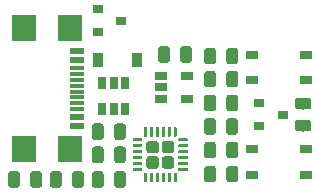
<source format=gbr>
G04 #@! TF.GenerationSoftware,KiCad,Pcbnew,(5.1.4-0-10_14)*
G04 #@! TF.CreationDate,2020-04-01T19:03:20+03:00*
G04 #@! TF.ProjectId,esp32-programmer,65737033-322d-4707-926f-6772616d6d65,rev?*
G04 #@! TF.SameCoordinates,Original*
G04 #@! TF.FileFunction,Paste,Top*
G04 #@! TF.FilePolarity,Positive*
%FSLAX46Y46*%
G04 Gerber Fmt 4.6, Leading zero omitted, Abs format (unit mm)*
G04 Created by KiCad (PCBNEW (5.1.4-0-10_14)) date 2020-04-01 19:03:20*
%MOMM*%
%LPD*%
G04 APERTURE LIST*
%ADD10C,0.100000*%
%ADD11C,0.975000*%
%ADD12C,1.050000*%
%ADD13C,0.250000*%
%ADD14R,0.900000X1.200000*%
%ADD15R,1.060000X0.650000*%
%ADD16R,0.650000X1.060000*%
%ADD17R,0.900000X0.800000*%
%ADD18R,1.000000X0.700000*%
%ADD19R,1.150000X0.600000*%
%ADD20R,1.150000X0.300000*%
%ADD21R,2.000000X2.180000*%
G04 APERTURE END LIST*
D10*
G36*
X60805142Y-108101174D02*
G01*
X60828803Y-108104684D01*
X60852007Y-108110496D01*
X60874529Y-108118554D01*
X60896153Y-108128782D01*
X60916670Y-108141079D01*
X60935883Y-108155329D01*
X60953607Y-108171393D01*
X60969671Y-108189117D01*
X60983921Y-108208330D01*
X60996218Y-108228847D01*
X61006446Y-108250471D01*
X61014504Y-108272993D01*
X61020316Y-108296197D01*
X61023826Y-108319858D01*
X61025000Y-108343750D01*
X61025000Y-109256250D01*
X61023826Y-109280142D01*
X61020316Y-109303803D01*
X61014504Y-109327007D01*
X61006446Y-109349529D01*
X60996218Y-109371153D01*
X60983921Y-109391670D01*
X60969671Y-109410883D01*
X60953607Y-109428607D01*
X60935883Y-109444671D01*
X60916670Y-109458921D01*
X60896153Y-109471218D01*
X60874529Y-109481446D01*
X60852007Y-109489504D01*
X60828803Y-109495316D01*
X60805142Y-109498826D01*
X60781250Y-109500000D01*
X60293750Y-109500000D01*
X60269858Y-109498826D01*
X60246197Y-109495316D01*
X60222993Y-109489504D01*
X60200471Y-109481446D01*
X60178847Y-109471218D01*
X60158330Y-109458921D01*
X60139117Y-109444671D01*
X60121393Y-109428607D01*
X60105329Y-109410883D01*
X60091079Y-109391670D01*
X60078782Y-109371153D01*
X60068554Y-109349529D01*
X60060496Y-109327007D01*
X60054684Y-109303803D01*
X60051174Y-109280142D01*
X60050000Y-109256250D01*
X60050000Y-108343750D01*
X60051174Y-108319858D01*
X60054684Y-108296197D01*
X60060496Y-108272993D01*
X60068554Y-108250471D01*
X60078782Y-108228847D01*
X60091079Y-108208330D01*
X60105329Y-108189117D01*
X60121393Y-108171393D01*
X60139117Y-108155329D01*
X60158330Y-108141079D01*
X60178847Y-108128782D01*
X60200471Y-108118554D01*
X60222993Y-108110496D01*
X60246197Y-108104684D01*
X60269858Y-108101174D01*
X60293750Y-108100000D01*
X60781250Y-108100000D01*
X60805142Y-108101174D01*
X60805142Y-108101174D01*
G37*
D11*
X60537500Y-108800000D03*
D10*
G36*
X58930142Y-108101174D02*
G01*
X58953803Y-108104684D01*
X58977007Y-108110496D01*
X58999529Y-108118554D01*
X59021153Y-108128782D01*
X59041670Y-108141079D01*
X59060883Y-108155329D01*
X59078607Y-108171393D01*
X59094671Y-108189117D01*
X59108921Y-108208330D01*
X59121218Y-108228847D01*
X59131446Y-108250471D01*
X59139504Y-108272993D01*
X59145316Y-108296197D01*
X59148826Y-108319858D01*
X59150000Y-108343750D01*
X59150000Y-109256250D01*
X59148826Y-109280142D01*
X59145316Y-109303803D01*
X59139504Y-109327007D01*
X59131446Y-109349529D01*
X59121218Y-109371153D01*
X59108921Y-109391670D01*
X59094671Y-109410883D01*
X59078607Y-109428607D01*
X59060883Y-109444671D01*
X59041670Y-109458921D01*
X59021153Y-109471218D01*
X58999529Y-109481446D01*
X58977007Y-109489504D01*
X58953803Y-109495316D01*
X58930142Y-109498826D01*
X58906250Y-109500000D01*
X58418750Y-109500000D01*
X58394858Y-109498826D01*
X58371197Y-109495316D01*
X58347993Y-109489504D01*
X58325471Y-109481446D01*
X58303847Y-109471218D01*
X58283330Y-109458921D01*
X58264117Y-109444671D01*
X58246393Y-109428607D01*
X58230329Y-109410883D01*
X58216079Y-109391670D01*
X58203782Y-109371153D01*
X58193554Y-109349529D01*
X58185496Y-109327007D01*
X58179684Y-109303803D01*
X58176174Y-109280142D01*
X58175000Y-109256250D01*
X58175000Y-108343750D01*
X58176174Y-108319858D01*
X58179684Y-108296197D01*
X58185496Y-108272993D01*
X58193554Y-108250471D01*
X58203782Y-108228847D01*
X58216079Y-108208330D01*
X58230329Y-108189117D01*
X58246393Y-108171393D01*
X58264117Y-108155329D01*
X58283330Y-108141079D01*
X58303847Y-108128782D01*
X58325471Y-108118554D01*
X58347993Y-108110496D01*
X58371197Y-108104684D01*
X58394858Y-108101174D01*
X58418750Y-108100000D01*
X58906250Y-108100000D01*
X58930142Y-108101174D01*
X58930142Y-108101174D01*
G37*
D11*
X58662500Y-108800000D03*
D10*
G36*
X68449505Y-105526204D02*
G01*
X68473773Y-105529804D01*
X68497572Y-105535765D01*
X68520671Y-105544030D01*
X68542850Y-105554520D01*
X68563893Y-105567132D01*
X68583599Y-105581747D01*
X68601777Y-105598223D01*
X68618253Y-105616401D01*
X68632868Y-105636107D01*
X68645480Y-105657150D01*
X68655970Y-105679329D01*
X68664235Y-105702428D01*
X68670196Y-105726227D01*
X68673796Y-105750495D01*
X68675000Y-105774999D01*
X68675000Y-106325001D01*
X68673796Y-106349505D01*
X68670196Y-106373773D01*
X68664235Y-106397572D01*
X68655970Y-106420671D01*
X68645480Y-106442850D01*
X68632868Y-106463893D01*
X68618253Y-106483599D01*
X68601777Y-106501777D01*
X68583599Y-106518253D01*
X68563893Y-106532868D01*
X68542850Y-106545480D01*
X68520671Y-106555970D01*
X68497572Y-106564235D01*
X68473773Y-106570196D01*
X68449505Y-106573796D01*
X68425001Y-106575000D01*
X67874999Y-106575000D01*
X67850495Y-106573796D01*
X67826227Y-106570196D01*
X67802428Y-106564235D01*
X67779329Y-106555970D01*
X67757150Y-106545480D01*
X67736107Y-106532868D01*
X67716401Y-106518253D01*
X67698223Y-106501777D01*
X67681747Y-106483599D01*
X67667132Y-106463893D01*
X67654520Y-106442850D01*
X67644030Y-106420671D01*
X67635765Y-106397572D01*
X67629804Y-106373773D01*
X67626204Y-106349505D01*
X67625000Y-106325001D01*
X67625000Y-105774999D01*
X67626204Y-105750495D01*
X67629804Y-105726227D01*
X67635765Y-105702428D01*
X67644030Y-105679329D01*
X67654520Y-105657150D01*
X67667132Y-105636107D01*
X67681747Y-105616401D01*
X67698223Y-105598223D01*
X67716401Y-105581747D01*
X67736107Y-105567132D01*
X67757150Y-105554520D01*
X67779329Y-105544030D01*
X67802428Y-105535765D01*
X67826227Y-105529804D01*
X67850495Y-105526204D01*
X67874999Y-105525000D01*
X68425001Y-105525000D01*
X68449505Y-105526204D01*
X68449505Y-105526204D01*
G37*
D12*
X68150000Y-106050000D03*
D10*
G36*
X67149505Y-105526204D02*
G01*
X67173773Y-105529804D01*
X67197572Y-105535765D01*
X67220671Y-105544030D01*
X67242850Y-105554520D01*
X67263893Y-105567132D01*
X67283599Y-105581747D01*
X67301777Y-105598223D01*
X67318253Y-105616401D01*
X67332868Y-105636107D01*
X67345480Y-105657150D01*
X67355970Y-105679329D01*
X67364235Y-105702428D01*
X67370196Y-105726227D01*
X67373796Y-105750495D01*
X67375000Y-105774999D01*
X67375000Y-106325001D01*
X67373796Y-106349505D01*
X67370196Y-106373773D01*
X67364235Y-106397572D01*
X67355970Y-106420671D01*
X67345480Y-106442850D01*
X67332868Y-106463893D01*
X67318253Y-106483599D01*
X67301777Y-106501777D01*
X67283599Y-106518253D01*
X67263893Y-106532868D01*
X67242850Y-106545480D01*
X67220671Y-106555970D01*
X67197572Y-106564235D01*
X67173773Y-106570196D01*
X67149505Y-106573796D01*
X67125001Y-106575000D01*
X66574999Y-106575000D01*
X66550495Y-106573796D01*
X66526227Y-106570196D01*
X66502428Y-106564235D01*
X66479329Y-106555970D01*
X66457150Y-106545480D01*
X66436107Y-106532868D01*
X66416401Y-106518253D01*
X66398223Y-106501777D01*
X66381747Y-106483599D01*
X66367132Y-106463893D01*
X66354520Y-106442850D01*
X66344030Y-106420671D01*
X66335765Y-106397572D01*
X66329804Y-106373773D01*
X66326204Y-106349505D01*
X66325000Y-106325001D01*
X66325000Y-105774999D01*
X66326204Y-105750495D01*
X66329804Y-105726227D01*
X66335765Y-105702428D01*
X66344030Y-105679329D01*
X66354520Y-105657150D01*
X66367132Y-105636107D01*
X66381747Y-105616401D01*
X66398223Y-105598223D01*
X66416401Y-105581747D01*
X66436107Y-105567132D01*
X66457150Y-105554520D01*
X66479329Y-105544030D01*
X66502428Y-105535765D01*
X66526227Y-105529804D01*
X66550495Y-105526204D01*
X66574999Y-105525000D01*
X67125001Y-105525000D01*
X67149505Y-105526204D01*
X67149505Y-105526204D01*
G37*
D12*
X66850000Y-106050000D03*
D10*
G36*
X68449505Y-106826204D02*
G01*
X68473773Y-106829804D01*
X68497572Y-106835765D01*
X68520671Y-106844030D01*
X68542850Y-106854520D01*
X68563893Y-106867132D01*
X68583599Y-106881747D01*
X68601777Y-106898223D01*
X68618253Y-106916401D01*
X68632868Y-106936107D01*
X68645480Y-106957150D01*
X68655970Y-106979329D01*
X68664235Y-107002428D01*
X68670196Y-107026227D01*
X68673796Y-107050495D01*
X68675000Y-107074999D01*
X68675000Y-107625001D01*
X68673796Y-107649505D01*
X68670196Y-107673773D01*
X68664235Y-107697572D01*
X68655970Y-107720671D01*
X68645480Y-107742850D01*
X68632868Y-107763893D01*
X68618253Y-107783599D01*
X68601777Y-107801777D01*
X68583599Y-107818253D01*
X68563893Y-107832868D01*
X68542850Y-107845480D01*
X68520671Y-107855970D01*
X68497572Y-107864235D01*
X68473773Y-107870196D01*
X68449505Y-107873796D01*
X68425001Y-107875000D01*
X67874999Y-107875000D01*
X67850495Y-107873796D01*
X67826227Y-107870196D01*
X67802428Y-107864235D01*
X67779329Y-107855970D01*
X67757150Y-107845480D01*
X67736107Y-107832868D01*
X67716401Y-107818253D01*
X67698223Y-107801777D01*
X67681747Y-107783599D01*
X67667132Y-107763893D01*
X67654520Y-107742850D01*
X67644030Y-107720671D01*
X67635765Y-107697572D01*
X67629804Y-107673773D01*
X67626204Y-107649505D01*
X67625000Y-107625001D01*
X67625000Y-107074999D01*
X67626204Y-107050495D01*
X67629804Y-107026227D01*
X67635765Y-107002428D01*
X67644030Y-106979329D01*
X67654520Y-106957150D01*
X67667132Y-106936107D01*
X67681747Y-106916401D01*
X67698223Y-106898223D01*
X67716401Y-106881747D01*
X67736107Y-106867132D01*
X67757150Y-106854520D01*
X67779329Y-106844030D01*
X67802428Y-106835765D01*
X67826227Y-106829804D01*
X67850495Y-106826204D01*
X67874999Y-106825000D01*
X68425001Y-106825000D01*
X68449505Y-106826204D01*
X68449505Y-106826204D01*
G37*
D12*
X68150000Y-107350000D03*
D10*
G36*
X67149505Y-106826204D02*
G01*
X67173773Y-106829804D01*
X67197572Y-106835765D01*
X67220671Y-106844030D01*
X67242850Y-106854520D01*
X67263893Y-106867132D01*
X67283599Y-106881747D01*
X67301777Y-106898223D01*
X67318253Y-106916401D01*
X67332868Y-106936107D01*
X67345480Y-106957150D01*
X67355970Y-106979329D01*
X67364235Y-107002428D01*
X67370196Y-107026227D01*
X67373796Y-107050495D01*
X67375000Y-107074999D01*
X67375000Y-107625001D01*
X67373796Y-107649505D01*
X67370196Y-107673773D01*
X67364235Y-107697572D01*
X67355970Y-107720671D01*
X67345480Y-107742850D01*
X67332868Y-107763893D01*
X67318253Y-107783599D01*
X67301777Y-107801777D01*
X67283599Y-107818253D01*
X67263893Y-107832868D01*
X67242850Y-107845480D01*
X67220671Y-107855970D01*
X67197572Y-107864235D01*
X67173773Y-107870196D01*
X67149505Y-107873796D01*
X67125001Y-107875000D01*
X66574999Y-107875000D01*
X66550495Y-107873796D01*
X66526227Y-107870196D01*
X66502428Y-107864235D01*
X66479329Y-107855970D01*
X66457150Y-107845480D01*
X66436107Y-107832868D01*
X66416401Y-107818253D01*
X66398223Y-107801777D01*
X66381747Y-107783599D01*
X66367132Y-107763893D01*
X66354520Y-107742850D01*
X66344030Y-107720671D01*
X66335765Y-107697572D01*
X66329804Y-107673773D01*
X66326204Y-107649505D01*
X66325000Y-107625001D01*
X66325000Y-107074999D01*
X66326204Y-107050495D01*
X66329804Y-107026227D01*
X66335765Y-107002428D01*
X66344030Y-106979329D01*
X66354520Y-106957150D01*
X66367132Y-106936107D01*
X66381747Y-106916401D01*
X66398223Y-106898223D01*
X66416401Y-106881747D01*
X66436107Y-106867132D01*
X66457150Y-106854520D01*
X66479329Y-106844030D01*
X66502428Y-106835765D01*
X66526227Y-106829804D01*
X66550495Y-106826204D01*
X66574999Y-106825000D01*
X67125001Y-106825000D01*
X67149505Y-106826204D01*
X67149505Y-106826204D01*
G37*
D12*
X66850000Y-107350000D03*
D10*
G36*
X68818626Y-104350301D02*
G01*
X68824693Y-104351201D01*
X68830643Y-104352691D01*
X68836418Y-104354758D01*
X68841962Y-104357380D01*
X68847223Y-104360533D01*
X68852150Y-104364187D01*
X68856694Y-104368306D01*
X68860813Y-104372850D01*
X68864467Y-104377777D01*
X68867620Y-104383038D01*
X68870242Y-104388582D01*
X68872309Y-104394357D01*
X68873799Y-104400307D01*
X68874699Y-104406374D01*
X68875000Y-104412500D01*
X68875000Y-105112500D01*
X68874699Y-105118626D01*
X68873799Y-105124693D01*
X68872309Y-105130643D01*
X68870242Y-105136418D01*
X68867620Y-105141962D01*
X68864467Y-105147223D01*
X68860813Y-105152150D01*
X68856694Y-105156694D01*
X68852150Y-105160813D01*
X68847223Y-105164467D01*
X68841962Y-105167620D01*
X68836418Y-105170242D01*
X68830643Y-105172309D01*
X68824693Y-105173799D01*
X68818626Y-105174699D01*
X68812500Y-105175000D01*
X68687500Y-105175000D01*
X68681374Y-105174699D01*
X68675307Y-105173799D01*
X68669357Y-105172309D01*
X68663582Y-105170242D01*
X68658038Y-105167620D01*
X68652777Y-105164467D01*
X68647850Y-105160813D01*
X68643306Y-105156694D01*
X68639187Y-105152150D01*
X68635533Y-105147223D01*
X68632380Y-105141962D01*
X68629758Y-105136418D01*
X68627691Y-105130643D01*
X68626201Y-105124693D01*
X68625301Y-105118626D01*
X68625000Y-105112500D01*
X68625000Y-104412500D01*
X68625301Y-104406374D01*
X68626201Y-104400307D01*
X68627691Y-104394357D01*
X68629758Y-104388582D01*
X68632380Y-104383038D01*
X68635533Y-104377777D01*
X68639187Y-104372850D01*
X68643306Y-104368306D01*
X68647850Y-104364187D01*
X68652777Y-104360533D01*
X68658038Y-104357380D01*
X68663582Y-104354758D01*
X68669357Y-104352691D01*
X68675307Y-104351201D01*
X68681374Y-104350301D01*
X68687500Y-104350000D01*
X68812500Y-104350000D01*
X68818626Y-104350301D01*
X68818626Y-104350301D01*
G37*
D13*
X68750000Y-104762500D03*
D10*
G36*
X68318626Y-104350301D02*
G01*
X68324693Y-104351201D01*
X68330643Y-104352691D01*
X68336418Y-104354758D01*
X68341962Y-104357380D01*
X68347223Y-104360533D01*
X68352150Y-104364187D01*
X68356694Y-104368306D01*
X68360813Y-104372850D01*
X68364467Y-104377777D01*
X68367620Y-104383038D01*
X68370242Y-104388582D01*
X68372309Y-104394357D01*
X68373799Y-104400307D01*
X68374699Y-104406374D01*
X68375000Y-104412500D01*
X68375000Y-105112500D01*
X68374699Y-105118626D01*
X68373799Y-105124693D01*
X68372309Y-105130643D01*
X68370242Y-105136418D01*
X68367620Y-105141962D01*
X68364467Y-105147223D01*
X68360813Y-105152150D01*
X68356694Y-105156694D01*
X68352150Y-105160813D01*
X68347223Y-105164467D01*
X68341962Y-105167620D01*
X68336418Y-105170242D01*
X68330643Y-105172309D01*
X68324693Y-105173799D01*
X68318626Y-105174699D01*
X68312500Y-105175000D01*
X68187500Y-105175000D01*
X68181374Y-105174699D01*
X68175307Y-105173799D01*
X68169357Y-105172309D01*
X68163582Y-105170242D01*
X68158038Y-105167620D01*
X68152777Y-105164467D01*
X68147850Y-105160813D01*
X68143306Y-105156694D01*
X68139187Y-105152150D01*
X68135533Y-105147223D01*
X68132380Y-105141962D01*
X68129758Y-105136418D01*
X68127691Y-105130643D01*
X68126201Y-105124693D01*
X68125301Y-105118626D01*
X68125000Y-105112500D01*
X68125000Y-104412500D01*
X68125301Y-104406374D01*
X68126201Y-104400307D01*
X68127691Y-104394357D01*
X68129758Y-104388582D01*
X68132380Y-104383038D01*
X68135533Y-104377777D01*
X68139187Y-104372850D01*
X68143306Y-104368306D01*
X68147850Y-104364187D01*
X68152777Y-104360533D01*
X68158038Y-104357380D01*
X68163582Y-104354758D01*
X68169357Y-104352691D01*
X68175307Y-104351201D01*
X68181374Y-104350301D01*
X68187500Y-104350000D01*
X68312500Y-104350000D01*
X68318626Y-104350301D01*
X68318626Y-104350301D01*
G37*
D13*
X68250000Y-104762500D03*
D10*
G36*
X67818626Y-104350301D02*
G01*
X67824693Y-104351201D01*
X67830643Y-104352691D01*
X67836418Y-104354758D01*
X67841962Y-104357380D01*
X67847223Y-104360533D01*
X67852150Y-104364187D01*
X67856694Y-104368306D01*
X67860813Y-104372850D01*
X67864467Y-104377777D01*
X67867620Y-104383038D01*
X67870242Y-104388582D01*
X67872309Y-104394357D01*
X67873799Y-104400307D01*
X67874699Y-104406374D01*
X67875000Y-104412500D01*
X67875000Y-105112500D01*
X67874699Y-105118626D01*
X67873799Y-105124693D01*
X67872309Y-105130643D01*
X67870242Y-105136418D01*
X67867620Y-105141962D01*
X67864467Y-105147223D01*
X67860813Y-105152150D01*
X67856694Y-105156694D01*
X67852150Y-105160813D01*
X67847223Y-105164467D01*
X67841962Y-105167620D01*
X67836418Y-105170242D01*
X67830643Y-105172309D01*
X67824693Y-105173799D01*
X67818626Y-105174699D01*
X67812500Y-105175000D01*
X67687500Y-105175000D01*
X67681374Y-105174699D01*
X67675307Y-105173799D01*
X67669357Y-105172309D01*
X67663582Y-105170242D01*
X67658038Y-105167620D01*
X67652777Y-105164467D01*
X67647850Y-105160813D01*
X67643306Y-105156694D01*
X67639187Y-105152150D01*
X67635533Y-105147223D01*
X67632380Y-105141962D01*
X67629758Y-105136418D01*
X67627691Y-105130643D01*
X67626201Y-105124693D01*
X67625301Y-105118626D01*
X67625000Y-105112500D01*
X67625000Y-104412500D01*
X67625301Y-104406374D01*
X67626201Y-104400307D01*
X67627691Y-104394357D01*
X67629758Y-104388582D01*
X67632380Y-104383038D01*
X67635533Y-104377777D01*
X67639187Y-104372850D01*
X67643306Y-104368306D01*
X67647850Y-104364187D01*
X67652777Y-104360533D01*
X67658038Y-104357380D01*
X67663582Y-104354758D01*
X67669357Y-104352691D01*
X67675307Y-104351201D01*
X67681374Y-104350301D01*
X67687500Y-104350000D01*
X67812500Y-104350000D01*
X67818626Y-104350301D01*
X67818626Y-104350301D01*
G37*
D13*
X67750000Y-104762500D03*
D10*
G36*
X67318626Y-104350301D02*
G01*
X67324693Y-104351201D01*
X67330643Y-104352691D01*
X67336418Y-104354758D01*
X67341962Y-104357380D01*
X67347223Y-104360533D01*
X67352150Y-104364187D01*
X67356694Y-104368306D01*
X67360813Y-104372850D01*
X67364467Y-104377777D01*
X67367620Y-104383038D01*
X67370242Y-104388582D01*
X67372309Y-104394357D01*
X67373799Y-104400307D01*
X67374699Y-104406374D01*
X67375000Y-104412500D01*
X67375000Y-105112500D01*
X67374699Y-105118626D01*
X67373799Y-105124693D01*
X67372309Y-105130643D01*
X67370242Y-105136418D01*
X67367620Y-105141962D01*
X67364467Y-105147223D01*
X67360813Y-105152150D01*
X67356694Y-105156694D01*
X67352150Y-105160813D01*
X67347223Y-105164467D01*
X67341962Y-105167620D01*
X67336418Y-105170242D01*
X67330643Y-105172309D01*
X67324693Y-105173799D01*
X67318626Y-105174699D01*
X67312500Y-105175000D01*
X67187500Y-105175000D01*
X67181374Y-105174699D01*
X67175307Y-105173799D01*
X67169357Y-105172309D01*
X67163582Y-105170242D01*
X67158038Y-105167620D01*
X67152777Y-105164467D01*
X67147850Y-105160813D01*
X67143306Y-105156694D01*
X67139187Y-105152150D01*
X67135533Y-105147223D01*
X67132380Y-105141962D01*
X67129758Y-105136418D01*
X67127691Y-105130643D01*
X67126201Y-105124693D01*
X67125301Y-105118626D01*
X67125000Y-105112500D01*
X67125000Y-104412500D01*
X67125301Y-104406374D01*
X67126201Y-104400307D01*
X67127691Y-104394357D01*
X67129758Y-104388582D01*
X67132380Y-104383038D01*
X67135533Y-104377777D01*
X67139187Y-104372850D01*
X67143306Y-104368306D01*
X67147850Y-104364187D01*
X67152777Y-104360533D01*
X67158038Y-104357380D01*
X67163582Y-104354758D01*
X67169357Y-104352691D01*
X67175307Y-104351201D01*
X67181374Y-104350301D01*
X67187500Y-104350000D01*
X67312500Y-104350000D01*
X67318626Y-104350301D01*
X67318626Y-104350301D01*
G37*
D13*
X67250000Y-104762500D03*
D10*
G36*
X66818626Y-104350301D02*
G01*
X66824693Y-104351201D01*
X66830643Y-104352691D01*
X66836418Y-104354758D01*
X66841962Y-104357380D01*
X66847223Y-104360533D01*
X66852150Y-104364187D01*
X66856694Y-104368306D01*
X66860813Y-104372850D01*
X66864467Y-104377777D01*
X66867620Y-104383038D01*
X66870242Y-104388582D01*
X66872309Y-104394357D01*
X66873799Y-104400307D01*
X66874699Y-104406374D01*
X66875000Y-104412500D01*
X66875000Y-105112500D01*
X66874699Y-105118626D01*
X66873799Y-105124693D01*
X66872309Y-105130643D01*
X66870242Y-105136418D01*
X66867620Y-105141962D01*
X66864467Y-105147223D01*
X66860813Y-105152150D01*
X66856694Y-105156694D01*
X66852150Y-105160813D01*
X66847223Y-105164467D01*
X66841962Y-105167620D01*
X66836418Y-105170242D01*
X66830643Y-105172309D01*
X66824693Y-105173799D01*
X66818626Y-105174699D01*
X66812500Y-105175000D01*
X66687500Y-105175000D01*
X66681374Y-105174699D01*
X66675307Y-105173799D01*
X66669357Y-105172309D01*
X66663582Y-105170242D01*
X66658038Y-105167620D01*
X66652777Y-105164467D01*
X66647850Y-105160813D01*
X66643306Y-105156694D01*
X66639187Y-105152150D01*
X66635533Y-105147223D01*
X66632380Y-105141962D01*
X66629758Y-105136418D01*
X66627691Y-105130643D01*
X66626201Y-105124693D01*
X66625301Y-105118626D01*
X66625000Y-105112500D01*
X66625000Y-104412500D01*
X66625301Y-104406374D01*
X66626201Y-104400307D01*
X66627691Y-104394357D01*
X66629758Y-104388582D01*
X66632380Y-104383038D01*
X66635533Y-104377777D01*
X66639187Y-104372850D01*
X66643306Y-104368306D01*
X66647850Y-104364187D01*
X66652777Y-104360533D01*
X66658038Y-104357380D01*
X66663582Y-104354758D01*
X66669357Y-104352691D01*
X66675307Y-104351201D01*
X66681374Y-104350301D01*
X66687500Y-104350000D01*
X66812500Y-104350000D01*
X66818626Y-104350301D01*
X66818626Y-104350301D01*
G37*
D13*
X66750000Y-104762500D03*
D10*
G36*
X66318626Y-104350301D02*
G01*
X66324693Y-104351201D01*
X66330643Y-104352691D01*
X66336418Y-104354758D01*
X66341962Y-104357380D01*
X66347223Y-104360533D01*
X66352150Y-104364187D01*
X66356694Y-104368306D01*
X66360813Y-104372850D01*
X66364467Y-104377777D01*
X66367620Y-104383038D01*
X66370242Y-104388582D01*
X66372309Y-104394357D01*
X66373799Y-104400307D01*
X66374699Y-104406374D01*
X66375000Y-104412500D01*
X66375000Y-105112500D01*
X66374699Y-105118626D01*
X66373799Y-105124693D01*
X66372309Y-105130643D01*
X66370242Y-105136418D01*
X66367620Y-105141962D01*
X66364467Y-105147223D01*
X66360813Y-105152150D01*
X66356694Y-105156694D01*
X66352150Y-105160813D01*
X66347223Y-105164467D01*
X66341962Y-105167620D01*
X66336418Y-105170242D01*
X66330643Y-105172309D01*
X66324693Y-105173799D01*
X66318626Y-105174699D01*
X66312500Y-105175000D01*
X66187500Y-105175000D01*
X66181374Y-105174699D01*
X66175307Y-105173799D01*
X66169357Y-105172309D01*
X66163582Y-105170242D01*
X66158038Y-105167620D01*
X66152777Y-105164467D01*
X66147850Y-105160813D01*
X66143306Y-105156694D01*
X66139187Y-105152150D01*
X66135533Y-105147223D01*
X66132380Y-105141962D01*
X66129758Y-105136418D01*
X66127691Y-105130643D01*
X66126201Y-105124693D01*
X66125301Y-105118626D01*
X66125000Y-105112500D01*
X66125000Y-104412500D01*
X66125301Y-104406374D01*
X66126201Y-104400307D01*
X66127691Y-104394357D01*
X66129758Y-104388582D01*
X66132380Y-104383038D01*
X66135533Y-104377777D01*
X66139187Y-104372850D01*
X66143306Y-104368306D01*
X66147850Y-104364187D01*
X66152777Y-104360533D01*
X66158038Y-104357380D01*
X66163582Y-104354758D01*
X66169357Y-104352691D01*
X66175307Y-104351201D01*
X66181374Y-104350301D01*
X66187500Y-104350000D01*
X66312500Y-104350000D01*
X66318626Y-104350301D01*
X66318626Y-104350301D01*
G37*
D13*
X66250000Y-104762500D03*
D10*
G36*
X65918626Y-105325301D02*
G01*
X65924693Y-105326201D01*
X65930643Y-105327691D01*
X65936418Y-105329758D01*
X65941962Y-105332380D01*
X65947223Y-105335533D01*
X65952150Y-105339187D01*
X65956694Y-105343306D01*
X65960813Y-105347850D01*
X65964467Y-105352777D01*
X65967620Y-105358038D01*
X65970242Y-105363582D01*
X65972309Y-105369357D01*
X65973799Y-105375307D01*
X65974699Y-105381374D01*
X65975000Y-105387500D01*
X65975000Y-105512500D01*
X65974699Y-105518626D01*
X65973799Y-105524693D01*
X65972309Y-105530643D01*
X65970242Y-105536418D01*
X65967620Y-105541962D01*
X65964467Y-105547223D01*
X65960813Y-105552150D01*
X65956694Y-105556694D01*
X65952150Y-105560813D01*
X65947223Y-105564467D01*
X65941962Y-105567620D01*
X65936418Y-105570242D01*
X65930643Y-105572309D01*
X65924693Y-105573799D01*
X65918626Y-105574699D01*
X65912500Y-105575000D01*
X65212500Y-105575000D01*
X65206374Y-105574699D01*
X65200307Y-105573799D01*
X65194357Y-105572309D01*
X65188582Y-105570242D01*
X65183038Y-105567620D01*
X65177777Y-105564467D01*
X65172850Y-105560813D01*
X65168306Y-105556694D01*
X65164187Y-105552150D01*
X65160533Y-105547223D01*
X65157380Y-105541962D01*
X65154758Y-105536418D01*
X65152691Y-105530643D01*
X65151201Y-105524693D01*
X65150301Y-105518626D01*
X65150000Y-105512500D01*
X65150000Y-105387500D01*
X65150301Y-105381374D01*
X65151201Y-105375307D01*
X65152691Y-105369357D01*
X65154758Y-105363582D01*
X65157380Y-105358038D01*
X65160533Y-105352777D01*
X65164187Y-105347850D01*
X65168306Y-105343306D01*
X65172850Y-105339187D01*
X65177777Y-105335533D01*
X65183038Y-105332380D01*
X65188582Y-105329758D01*
X65194357Y-105327691D01*
X65200307Y-105326201D01*
X65206374Y-105325301D01*
X65212500Y-105325000D01*
X65912500Y-105325000D01*
X65918626Y-105325301D01*
X65918626Y-105325301D01*
G37*
D13*
X65562500Y-105450000D03*
D10*
G36*
X65918626Y-105825301D02*
G01*
X65924693Y-105826201D01*
X65930643Y-105827691D01*
X65936418Y-105829758D01*
X65941962Y-105832380D01*
X65947223Y-105835533D01*
X65952150Y-105839187D01*
X65956694Y-105843306D01*
X65960813Y-105847850D01*
X65964467Y-105852777D01*
X65967620Y-105858038D01*
X65970242Y-105863582D01*
X65972309Y-105869357D01*
X65973799Y-105875307D01*
X65974699Y-105881374D01*
X65975000Y-105887500D01*
X65975000Y-106012500D01*
X65974699Y-106018626D01*
X65973799Y-106024693D01*
X65972309Y-106030643D01*
X65970242Y-106036418D01*
X65967620Y-106041962D01*
X65964467Y-106047223D01*
X65960813Y-106052150D01*
X65956694Y-106056694D01*
X65952150Y-106060813D01*
X65947223Y-106064467D01*
X65941962Y-106067620D01*
X65936418Y-106070242D01*
X65930643Y-106072309D01*
X65924693Y-106073799D01*
X65918626Y-106074699D01*
X65912500Y-106075000D01*
X65212500Y-106075000D01*
X65206374Y-106074699D01*
X65200307Y-106073799D01*
X65194357Y-106072309D01*
X65188582Y-106070242D01*
X65183038Y-106067620D01*
X65177777Y-106064467D01*
X65172850Y-106060813D01*
X65168306Y-106056694D01*
X65164187Y-106052150D01*
X65160533Y-106047223D01*
X65157380Y-106041962D01*
X65154758Y-106036418D01*
X65152691Y-106030643D01*
X65151201Y-106024693D01*
X65150301Y-106018626D01*
X65150000Y-106012500D01*
X65150000Y-105887500D01*
X65150301Y-105881374D01*
X65151201Y-105875307D01*
X65152691Y-105869357D01*
X65154758Y-105863582D01*
X65157380Y-105858038D01*
X65160533Y-105852777D01*
X65164187Y-105847850D01*
X65168306Y-105843306D01*
X65172850Y-105839187D01*
X65177777Y-105835533D01*
X65183038Y-105832380D01*
X65188582Y-105829758D01*
X65194357Y-105827691D01*
X65200307Y-105826201D01*
X65206374Y-105825301D01*
X65212500Y-105825000D01*
X65912500Y-105825000D01*
X65918626Y-105825301D01*
X65918626Y-105825301D01*
G37*
D13*
X65562500Y-105950000D03*
D10*
G36*
X65918626Y-106325301D02*
G01*
X65924693Y-106326201D01*
X65930643Y-106327691D01*
X65936418Y-106329758D01*
X65941962Y-106332380D01*
X65947223Y-106335533D01*
X65952150Y-106339187D01*
X65956694Y-106343306D01*
X65960813Y-106347850D01*
X65964467Y-106352777D01*
X65967620Y-106358038D01*
X65970242Y-106363582D01*
X65972309Y-106369357D01*
X65973799Y-106375307D01*
X65974699Y-106381374D01*
X65975000Y-106387500D01*
X65975000Y-106512500D01*
X65974699Y-106518626D01*
X65973799Y-106524693D01*
X65972309Y-106530643D01*
X65970242Y-106536418D01*
X65967620Y-106541962D01*
X65964467Y-106547223D01*
X65960813Y-106552150D01*
X65956694Y-106556694D01*
X65952150Y-106560813D01*
X65947223Y-106564467D01*
X65941962Y-106567620D01*
X65936418Y-106570242D01*
X65930643Y-106572309D01*
X65924693Y-106573799D01*
X65918626Y-106574699D01*
X65912500Y-106575000D01*
X65212500Y-106575000D01*
X65206374Y-106574699D01*
X65200307Y-106573799D01*
X65194357Y-106572309D01*
X65188582Y-106570242D01*
X65183038Y-106567620D01*
X65177777Y-106564467D01*
X65172850Y-106560813D01*
X65168306Y-106556694D01*
X65164187Y-106552150D01*
X65160533Y-106547223D01*
X65157380Y-106541962D01*
X65154758Y-106536418D01*
X65152691Y-106530643D01*
X65151201Y-106524693D01*
X65150301Y-106518626D01*
X65150000Y-106512500D01*
X65150000Y-106387500D01*
X65150301Y-106381374D01*
X65151201Y-106375307D01*
X65152691Y-106369357D01*
X65154758Y-106363582D01*
X65157380Y-106358038D01*
X65160533Y-106352777D01*
X65164187Y-106347850D01*
X65168306Y-106343306D01*
X65172850Y-106339187D01*
X65177777Y-106335533D01*
X65183038Y-106332380D01*
X65188582Y-106329758D01*
X65194357Y-106327691D01*
X65200307Y-106326201D01*
X65206374Y-106325301D01*
X65212500Y-106325000D01*
X65912500Y-106325000D01*
X65918626Y-106325301D01*
X65918626Y-106325301D01*
G37*
D13*
X65562500Y-106450000D03*
D10*
G36*
X65918626Y-106825301D02*
G01*
X65924693Y-106826201D01*
X65930643Y-106827691D01*
X65936418Y-106829758D01*
X65941962Y-106832380D01*
X65947223Y-106835533D01*
X65952150Y-106839187D01*
X65956694Y-106843306D01*
X65960813Y-106847850D01*
X65964467Y-106852777D01*
X65967620Y-106858038D01*
X65970242Y-106863582D01*
X65972309Y-106869357D01*
X65973799Y-106875307D01*
X65974699Y-106881374D01*
X65975000Y-106887500D01*
X65975000Y-107012500D01*
X65974699Y-107018626D01*
X65973799Y-107024693D01*
X65972309Y-107030643D01*
X65970242Y-107036418D01*
X65967620Y-107041962D01*
X65964467Y-107047223D01*
X65960813Y-107052150D01*
X65956694Y-107056694D01*
X65952150Y-107060813D01*
X65947223Y-107064467D01*
X65941962Y-107067620D01*
X65936418Y-107070242D01*
X65930643Y-107072309D01*
X65924693Y-107073799D01*
X65918626Y-107074699D01*
X65912500Y-107075000D01*
X65212500Y-107075000D01*
X65206374Y-107074699D01*
X65200307Y-107073799D01*
X65194357Y-107072309D01*
X65188582Y-107070242D01*
X65183038Y-107067620D01*
X65177777Y-107064467D01*
X65172850Y-107060813D01*
X65168306Y-107056694D01*
X65164187Y-107052150D01*
X65160533Y-107047223D01*
X65157380Y-107041962D01*
X65154758Y-107036418D01*
X65152691Y-107030643D01*
X65151201Y-107024693D01*
X65150301Y-107018626D01*
X65150000Y-107012500D01*
X65150000Y-106887500D01*
X65150301Y-106881374D01*
X65151201Y-106875307D01*
X65152691Y-106869357D01*
X65154758Y-106863582D01*
X65157380Y-106858038D01*
X65160533Y-106852777D01*
X65164187Y-106847850D01*
X65168306Y-106843306D01*
X65172850Y-106839187D01*
X65177777Y-106835533D01*
X65183038Y-106832380D01*
X65188582Y-106829758D01*
X65194357Y-106827691D01*
X65200307Y-106826201D01*
X65206374Y-106825301D01*
X65212500Y-106825000D01*
X65912500Y-106825000D01*
X65918626Y-106825301D01*
X65918626Y-106825301D01*
G37*
D13*
X65562500Y-106950000D03*
D10*
G36*
X65918626Y-107325301D02*
G01*
X65924693Y-107326201D01*
X65930643Y-107327691D01*
X65936418Y-107329758D01*
X65941962Y-107332380D01*
X65947223Y-107335533D01*
X65952150Y-107339187D01*
X65956694Y-107343306D01*
X65960813Y-107347850D01*
X65964467Y-107352777D01*
X65967620Y-107358038D01*
X65970242Y-107363582D01*
X65972309Y-107369357D01*
X65973799Y-107375307D01*
X65974699Y-107381374D01*
X65975000Y-107387500D01*
X65975000Y-107512500D01*
X65974699Y-107518626D01*
X65973799Y-107524693D01*
X65972309Y-107530643D01*
X65970242Y-107536418D01*
X65967620Y-107541962D01*
X65964467Y-107547223D01*
X65960813Y-107552150D01*
X65956694Y-107556694D01*
X65952150Y-107560813D01*
X65947223Y-107564467D01*
X65941962Y-107567620D01*
X65936418Y-107570242D01*
X65930643Y-107572309D01*
X65924693Y-107573799D01*
X65918626Y-107574699D01*
X65912500Y-107575000D01*
X65212500Y-107575000D01*
X65206374Y-107574699D01*
X65200307Y-107573799D01*
X65194357Y-107572309D01*
X65188582Y-107570242D01*
X65183038Y-107567620D01*
X65177777Y-107564467D01*
X65172850Y-107560813D01*
X65168306Y-107556694D01*
X65164187Y-107552150D01*
X65160533Y-107547223D01*
X65157380Y-107541962D01*
X65154758Y-107536418D01*
X65152691Y-107530643D01*
X65151201Y-107524693D01*
X65150301Y-107518626D01*
X65150000Y-107512500D01*
X65150000Y-107387500D01*
X65150301Y-107381374D01*
X65151201Y-107375307D01*
X65152691Y-107369357D01*
X65154758Y-107363582D01*
X65157380Y-107358038D01*
X65160533Y-107352777D01*
X65164187Y-107347850D01*
X65168306Y-107343306D01*
X65172850Y-107339187D01*
X65177777Y-107335533D01*
X65183038Y-107332380D01*
X65188582Y-107329758D01*
X65194357Y-107327691D01*
X65200307Y-107326201D01*
X65206374Y-107325301D01*
X65212500Y-107325000D01*
X65912500Y-107325000D01*
X65918626Y-107325301D01*
X65918626Y-107325301D01*
G37*
D13*
X65562500Y-107450000D03*
D10*
G36*
X65918626Y-107825301D02*
G01*
X65924693Y-107826201D01*
X65930643Y-107827691D01*
X65936418Y-107829758D01*
X65941962Y-107832380D01*
X65947223Y-107835533D01*
X65952150Y-107839187D01*
X65956694Y-107843306D01*
X65960813Y-107847850D01*
X65964467Y-107852777D01*
X65967620Y-107858038D01*
X65970242Y-107863582D01*
X65972309Y-107869357D01*
X65973799Y-107875307D01*
X65974699Y-107881374D01*
X65975000Y-107887500D01*
X65975000Y-108012500D01*
X65974699Y-108018626D01*
X65973799Y-108024693D01*
X65972309Y-108030643D01*
X65970242Y-108036418D01*
X65967620Y-108041962D01*
X65964467Y-108047223D01*
X65960813Y-108052150D01*
X65956694Y-108056694D01*
X65952150Y-108060813D01*
X65947223Y-108064467D01*
X65941962Y-108067620D01*
X65936418Y-108070242D01*
X65930643Y-108072309D01*
X65924693Y-108073799D01*
X65918626Y-108074699D01*
X65912500Y-108075000D01*
X65212500Y-108075000D01*
X65206374Y-108074699D01*
X65200307Y-108073799D01*
X65194357Y-108072309D01*
X65188582Y-108070242D01*
X65183038Y-108067620D01*
X65177777Y-108064467D01*
X65172850Y-108060813D01*
X65168306Y-108056694D01*
X65164187Y-108052150D01*
X65160533Y-108047223D01*
X65157380Y-108041962D01*
X65154758Y-108036418D01*
X65152691Y-108030643D01*
X65151201Y-108024693D01*
X65150301Y-108018626D01*
X65150000Y-108012500D01*
X65150000Y-107887500D01*
X65150301Y-107881374D01*
X65151201Y-107875307D01*
X65152691Y-107869357D01*
X65154758Y-107863582D01*
X65157380Y-107858038D01*
X65160533Y-107852777D01*
X65164187Y-107847850D01*
X65168306Y-107843306D01*
X65172850Y-107839187D01*
X65177777Y-107835533D01*
X65183038Y-107832380D01*
X65188582Y-107829758D01*
X65194357Y-107827691D01*
X65200307Y-107826201D01*
X65206374Y-107825301D01*
X65212500Y-107825000D01*
X65912500Y-107825000D01*
X65918626Y-107825301D01*
X65918626Y-107825301D01*
G37*
D13*
X65562500Y-107950000D03*
D10*
G36*
X66318626Y-108225301D02*
G01*
X66324693Y-108226201D01*
X66330643Y-108227691D01*
X66336418Y-108229758D01*
X66341962Y-108232380D01*
X66347223Y-108235533D01*
X66352150Y-108239187D01*
X66356694Y-108243306D01*
X66360813Y-108247850D01*
X66364467Y-108252777D01*
X66367620Y-108258038D01*
X66370242Y-108263582D01*
X66372309Y-108269357D01*
X66373799Y-108275307D01*
X66374699Y-108281374D01*
X66375000Y-108287500D01*
X66375000Y-108987500D01*
X66374699Y-108993626D01*
X66373799Y-108999693D01*
X66372309Y-109005643D01*
X66370242Y-109011418D01*
X66367620Y-109016962D01*
X66364467Y-109022223D01*
X66360813Y-109027150D01*
X66356694Y-109031694D01*
X66352150Y-109035813D01*
X66347223Y-109039467D01*
X66341962Y-109042620D01*
X66336418Y-109045242D01*
X66330643Y-109047309D01*
X66324693Y-109048799D01*
X66318626Y-109049699D01*
X66312500Y-109050000D01*
X66187500Y-109050000D01*
X66181374Y-109049699D01*
X66175307Y-109048799D01*
X66169357Y-109047309D01*
X66163582Y-109045242D01*
X66158038Y-109042620D01*
X66152777Y-109039467D01*
X66147850Y-109035813D01*
X66143306Y-109031694D01*
X66139187Y-109027150D01*
X66135533Y-109022223D01*
X66132380Y-109016962D01*
X66129758Y-109011418D01*
X66127691Y-109005643D01*
X66126201Y-108999693D01*
X66125301Y-108993626D01*
X66125000Y-108987500D01*
X66125000Y-108287500D01*
X66125301Y-108281374D01*
X66126201Y-108275307D01*
X66127691Y-108269357D01*
X66129758Y-108263582D01*
X66132380Y-108258038D01*
X66135533Y-108252777D01*
X66139187Y-108247850D01*
X66143306Y-108243306D01*
X66147850Y-108239187D01*
X66152777Y-108235533D01*
X66158038Y-108232380D01*
X66163582Y-108229758D01*
X66169357Y-108227691D01*
X66175307Y-108226201D01*
X66181374Y-108225301D01*
X66187500Y-108225000D01*
X66312500Y-108225000D01*
X66318626Y-108225301D01*
X66318626Y-108225301D01*
G37*
D13*
X66250000Y-108637500D03*
D10*
G36*
X66818626Y-108225301D02*
G01*
X66824693Y-108226201D01*
X66830643Y-108227691D01*
X66836418Y-108229758D01*
X66841962Y-108232380D01*
X66847223Y-108235533D01*
X66852150Y-108239187D01*
X66856694Y-108243306D01*
X66860813Y-108247850D01*
X66864467Y-108252777D01*
X66867620Y-108258038D01*
X66870242Y-108263582D01*
X66872309Y-108269357D01*
X66873799Y-108275307D01*
X66874699Y-108281374D01*
X66875000Y-108287500D01*
X66875000Y-108987500D01*
X66874699Y-108993626D01*
X66873799Y-108999693D01*
X66872309Y-109005643D01*
X66870242Y-109011418D01*
X66867620Y-109016962D01*
X66864467Y-109022223D01*
X66860813Y-109027150D01*
X66856694Y-109031694D01*
X66852150Y-109035813D01*
X66847223Y-109039467D01*
X66841962Y-109042620D01*
X66836418Y-109045242D01*
X66830643Y-109047309D01*
X66824693Y-109048799D01*
X66818626Y-109049699D01*
X66812500Y-109050000D01*
X66687500Y-109050000D01*
X66681374Y-109049699D01*
X66675307Y-109048799D01*
X66669357Y-109047309D01*
X66663582Y-109045242D01*
X66658038Y-109042620D01*
X66652777Y-109039467D01*
X66647850Y-109035813D01*
X66643306Y-109031694D01*
X66639187Y-109027150D01*
X66635533Y-109022223D01*
X66632380Y-109016962D01*
X66629758Y-109011418D01*
X66627691Y-109005643D01*
X66626201Y-108999693D01*
X66625301Y-108993626D01*
X66625000Y-108987500D01*
X66625000Y-108287500D01*
X66625301Y-108281374D01*
X66626201Y-108275307D01*
X66627691Y-108269357D01*
X66629758Y-108263582D01*
X66632380Y-108258038D01*
X66635533Y-108252777D01*
X66639187Y-108247850D01*
X66643306Y-108243306D01*
X66647850Y-108239187D01*
X66652777Y-108235533D01*
X66658038Y-108232380D01*
X66663582Y-108229758D01*
X66669357Y-108227691D01*
X66675307Y-108226201D01*
X66681374Y-108225301D01*
X66687500Y-108225000D01*
X66812500Y-108225000D01*
X66818626Y-108225301D01*
X66818626Y-108225301D01*
G37*
D13*
X66750000Y-108637500D03*
D10*
G36*
X67318626Y-108225301D02*
G01*
X67324693Y-108226201D01*
X67330643Y-108227691D01*
X67336418Y-108229758D01*
X67341962Y-108232380D01*
X67347223Y-108235533D01*
X67352150Y-108239187D01*
X67356694Y-108243306D01*
X67360813Y-108247850D01*
X67364467Y-108252777D01*
X67367620Y-108258038D01*
X67370242Y-108263582D01*
X67372309Y-108269357D01*
X67373799Y-108275307D01*
X67374699Y-108281374D01*
X67375000Y-108287500D01*
X67375000Y-108987500D01*
X67374699Y-108993626D01*
X67373799Y-108999693D01*
X67372309Y-109005643D01*
X67370242Y-109011418D01*
X67367620Y-109016962D01*
X67364467Y-109022223D01*
X67360813Y-109027150D01*
X67356694Y-109031694D01*
X67352150Y-109035813D01*
X67347223Y-109039467D01*
X67341962Y-109042620D01*
X67336418Y-109045242D01*
X67330643Y-109047309D01*
X67324693Y-109048799D01*
X67318626Y-109049699D01*
X67312500Y-109050000D01*
X67187500Y-109050000D01*
X67181374Y-109049699D01*
X67175307Y-109048799D01*
X67169357Y-109047309D01*
X67163582Y-109045242D01*
X67158038Y-109042620D01*
X67152777Y-109039467D01*
X67147850Y-109035813D01*
X67143306Y-109031694D01*
X67139187Y-109027150D01*
X67135533Y-109022223D01*
X67132380Y-109016962D01*
X67129758Y-109011418D01*
X67127691Y-109005643D01*
X67126201Y-108999693D01*
X67125301Y-108993626D01*
X67125000Y-108987500D01*
X67125000Y-108287500D01*
X67125301Y-108281374D01*
X67126201Y-108275307D01*
X67127691Y-108269357D01*
X67129758Y-108263582D01*
X67132380Y-108258038D01*
X67135533Y-108252777D01*
X67139187Y-108247850D01*
X67143306Y-108243306D01*
X67147850Y-108239187D01*
X67152777Y-108235533D01*
X67158038Y-108232380D01*
X67163582Y-108229758D01*
X67169357Y-108227691D01*
X67175307Y-108226201D01*
X67181374Y-108225301D01*
X67187500Y-108225000D01*
X67312500Y-108225000D01*
X67318626Y-108225301D01*
X67318626Y-108225301D01*
G37*
D13*
X67250000Y-108637500D03*
D10*
G36*
X67818626Y-108225301D02*
G01*
X67824693Y-108226201D01*
X67830643Y-108227691D01*
X67836418Y-108229758D01*
X67841962Y-108232380D01*
X67847223Y-108235533D01*
X67852150Y-108239187D01*
X67856694Y-108243306D01*
X67860813Y-108247850D01*
X67864467Y-108252777D01*
X67867620Y-108258038D01*
X67870242Y-108263582D01*
X67872309Y-108269357D01*
X67873799Y-108275307D01*
X67874699Y-108281374D01*
X67875000Y-108287500D01*
X67875000Y-108987500D01*
X67874699Y-108993626D01*
X67873799Y-108999693D01*
X67872309Y-109005643D01*
X67870242Y-109011418D01*
X67867620Y-109016962D01*
X67864467Y-109022223D01*
X67860813Y-109027150D01*
X67856694Y-109031694D01*
X67852150Y-109035813D01*
X67847223Y-109039467D01*
X67841962Y-109042620D01*
X67836418Y-109045242D01*
X67830643Y-109047309D01*
X67824693Y-109048799D01*
X67818626Y-109049699D01*
X67812500Y-109050000D01*
X67687500Y-109050000D01*
X67681374Y-109049699D01*
X67675307Y-109048799D01*
X67669357Y-109047309D01*
X67663582Y-109045242D01*
X67658038Y-109042620D01*
X67652777Y-109039467D01*
X67647850Y-109035813D01*
X67643306Y-109031694D01*
X67639187Y-109027150D01*
X67635533Y-109022223D01*
X67632380Y-109016962D01*
X67629758Y-109011418D01*
X67627691Y-109005643D01*
X67626201Y-108999693D01*
X67625301Y-108993626D01*
X67625000Y-108987500D01*
X67625000Y-108287500D01*
X67625301Y-108281374D01*
X67626201Y-108275307D01*
X67627691Y-108269357D01*
X67629758Y-108263582D01*
X67632380Y-108258038D01*
X67635533Y-108252777D01*
X67639187Y-108247850D01*
X67643306Y-108243306D01*
X67647850Y-108239187D01*
X67652777Y-108235533D01*
X67658038Y-108232380D01*
X67663582Y-108229758D01*
X67669357Y-108227691D01*
X67675307Y-108226201D01*
X67681374Y-108225301D01*
X67687500Y-108225000D01*
X67812500Y-108225000D01*
X67818626Y-108225301D01*
X67818626Y-108225301D01*
G37*
D13*
X67750000Y-108637500D03*
D10*
G36*
X68318626Y-108225301D02*
G01*
X68324693Y-108226201D01*
X68330643Y-108227691D01*
X68336418Y-108229758D01*
X68341962Y-108232380D01*
X68347223Y-108235533D01*
X68352150Y-108239187D01*
X68356694Y-108243306D01*
X68360813Y-108247850D01*
X68364467Y-108252777D01*
X68367620Y-108258038D01*
X68370242Y-108263582D01*
X68372309Y-108269357D01*
X68373799Y-108275307D01*
X68374699Y-108281374D01*
X68375000Y-108287500D01*
X68375000Y-108987500D01*
X68374699Y-108993626D01*
X68373799Y-108999693D01*
X68372309Y-109005643D01*
X68370242Y-109011418D01*
X68367620Y-109016962D01*
X68364467Y-109022223D01*
X68360813Y-109027150D01*
X68356694Y-109031694D01*
X68352150Y-109035813D01*
X68347223Y-109039467D01*
X68341962Y-109042620D01*
X68336418Y-109045242D01*
X68330643Y-109047309D01*
X68324693Y-109048799D01*
X68318626Y-109049699D01*
X68312500Y-109050000D01*
X68187500Y-109050000D01*
X68181374Y-109049699D01*
X68175307Y-109048799D01*
X68169357Y-109047309D01*
X68163582Y-109045242D01*
X68158038Y-109042620D01*
X68152777Y-109039467D01*
X68147850Y-109035813D01*
X68143306Y-109031694D01*
X68139187Y-109027150D01*
X68135533Y-109022223D01*
X68132380Y-109016962D01*
X68129758Y-109011418D01*
X68127691Y-109005643D01*
X68126201Y-108999693D01*
X68125301Y-108993626D01*
X68125000Y-108987500D01*
X68125000Y-108287500D01*
X68125301Y-108281374D01*
X68126201Y-108275307D01*
X68127691Y-108269357D01*
X68129758Y-108263582D01*
X68132380Y-108258038D01*
X68135533Y-108252777D01*
X68139187Y-108247850D01*
X68143306Y-108243306D01*
X68147850Y-108239187D01*
X68152777Y-108235533D01*
X68158038Y-108232380D01*
X68163582Y-108229758D01*
X68169357Y-108227691D01*
X68175307Y-108226201D01*
X68181374Y-108225301D01*
X68187500Y-108225000D01*
X68312500Y-108225000D01*
X68318626Y-108225301D01*
X68318626Y-108225301D01*
G37*
D13*
X68250000Y-108637500D03*
D10*
G36*
X68818626Y-108225301D02*
G01*
X68824693Y-108226201D01*
X68830643Y-108227691D01*
X68836418Y-108229758D01*
X68841962Y-108232380D01*
X68847223Y-108235533D01*
X68852150Y-108239187D01*
X68856694Y-108243306D01*
X68860813Y-108247850D01*
X68864467Y-108252777D01*
X68867620Y-108258038D01*
X68870242Y-108263582D01*
X68872309Y-108269357D01*
X68873799Y-108275307D01*
X68874699Y-108281374D01*
X68875000Y-108287500D01*
X68875000Y-108987500D01*
X68874699Y-108993626D01*
X68873799Y-108999693D01*
X68872309Y-109005643D01*
X68870242Y-109011418D01*
X68867620Y-109016962D01*
X68864467Y-109022223D01*
X68860813Y-109027150D01*
X68856694Y-109031694D01*
X68852150Y-109035813D01*
X68847223Y-109039467D01*
X68841962Y-109042620D01*
X68836418Y-109045242D01*
X68830643Y-109047309D01*
X68824693Y-109048799D01*
X68818626Y-109049699D01*
X68812500Y-109050000D01*
X68687500Y-109050000D01*
X68681374Y-109049699D01*
X68675307Y-109048799D01*
X68669357Y-109047309D01*
X68663582Y-109045242D01*
X68658038Y-109042620D01*
X68652777Y-109039467D01*
X68647850Y-109035813D01*
X68643306Y-109031694D01*
X68639187Y-109027150D01*
X68635533Y-109022223D01*
X68632380Y-109016962D01*
X68629758Y-109011418D01*
X68627691Y-109005643D01*
X68626201Y-108999693D01*
X68625301Y-108993626D01*
X68625000Y-108987500D01*
X68625000Y-108287500D01*
X68625301Y-108281374D01*
X68626201Y-108275307D01*
X68627691Y-108269357D01*
X68629758Y-108263582D01*
X68632380Y-108258038D01*
X68635533Y-108252777D01*
X68639187Y-108247850D01*
X68643306Y-108243306D01*
X68647850Y-108239187D01*
X68652777Y-108235533D01*
X68658038Y-108232380D01*
X68663582Y-108229758D01*
X68669357Y-108227691D01*
X68675307Y-108226201D01*
X68681374Y-108225301D01*
X68687500Y-108225000D01*
X68812500Y-108225000D01*
X68818626Y-108225301D01*
X68818626Y-108225301D01*
G37*
D13*
X68750000Y-108637500D03*
D10*
G36*
X69793626Y-107825301D02*
G01*
X69799693Y-107826201D01*
X69805643Y-107827691D01*
X69811418Y-107829758D01*
X69816962Y-107832380D01*
X69822223Y-107835533D01*
X69827150Y-107839187D01*
X69831694Y-107843306D01*
X69835813Y-107847850D01*
X69839467Y-107852777D01*
X69842620Y-107858038D01*
X69845242Y-107863582D01*
X69847309Y-107869357D01*
X69848799Y-107875307D01*
X69849699Y-107881374D01*
X69850000Y-107887500D01*
X69850000Y-108012500D01*
X69849699Y-108018626D01*
X69848799Y-108024693D01*
X69847309Y-108030643D01*
X69845242Y-108036418D01*
X69842620Y-108041962D01*
X69839467Y-108047223D01*
X69835813Y-108052150D01*
X69831694Y-108056694D01*
X69827150Y-108060813D01*
X69822223Y-108064467D01*
X69816962Y-108067620D01*
X69811418Y-108070242D01*
X69805643Y-108072309D01*
X69799693Y-108073799D01*
X69793626Y-108074699D01*
X69787500Y-108075000D01*
X69087500Y-108075000D01*
X69081374Y-108074699D01*
X69075307Y-108073799D01*
X69069357Y-108072309D01*
X69063582Y-108070242D01*
X69058038Y-108067620D01*
X69052777Y-108064467D01*
X69047850Y-108060813D01*
X69043306Y-108056694D01*
X69039187Y-108052150D01*
X69035533Y-108047223D01*
X69032380Y-108041962D01*
X69029758Y-108036418D01*
X69027691Y-108030643D01*
X69026201Y-108024693D01*
X69025301Y-108018626D01*
X69025000Y-108012500D01*
X69025000Y-107887500D01*
X69025301Y-107881374D01*
X69026201Y-107875307D01*
X69027691Y-107869357D01*
X69029758Y-107863582D01*
X69032380Y-107858038D01*
X69035533Y-107852777D01*
X69039187Y-107847850D01*
X69043306Y-107843306D01*
X69047850Y-107839187D01*
X69052777Y-107835533D01*
X69058038Y-107832380D01*
X69063582Y-107829758D01*
X69069357Y-107827691D01*
X69075307Y-107826201D01*
X69081374Y-107825301D01*
X69087500Y-107825000D01*
X69787500Y-107825000D01*
X69793626Y-107825301D01*
X69793626Y-107825301D01*
G37*
D13*
X69437500Y-107950000D03*
D10*
G36*
X69793626Y-107325301D02*
G01*
X69799693Y-107326201D01*
X69805643Y-107327691D01*
X69811418Y-107329758D01*
X69816962Y-107332380D01*
X69822223Y-107335533D01*
X69827150Y-107339187D01*
X69831694Y-107343306D01*
X69835813Y-107347850D01*
X69839467Y-107352777D01*
X69842620Y-107358038D01*
X69845242Y-107363582D01*
X69847309Y-107369357D01*
X69848799Y-107375307D01*
X69849699Y-107381374D01*
X69850000Y-107387500D01*
X69850000Y-107512500D01*
X69849699Y-107518626D01*
X69848799Y-107524693D01*
X69847309Y-107530643D01*
X69845242Y-107536418D01*
X69842620Y-107541962D01*
X69839467Y-107547223D01*
X69835813Y-107552150D01*
X69831694Y-107556694D01*
X69827150Y-107560813D01*
X69822223Y-107564467D01*
X69816962Y-107567620D01*
X69811418Y-107570242D01*
X69805643Y-107572309D01*
X69799693Y-107573799D01*
X69793626Y-107574699D01*
X69787500Y-107575000D01*
X69087500Y-107575000D01*
X69081374Y-107574699D01*
X69075307Y-107573799D01*
X69069357Y-107572309D01*
X69063582Y-107570242D01*
X69058038Y-107567620D01*
X69052777Y-107564467D01*
X69047850Y-107560813D01*
X69043306Y-107556694D01*
X69039187Y-107552150D01*
X69035533Y-107547223D01*
X69032380Y-107541962D01*
X69029758Y-107536418D01*
X69027691Y-107530643D01*
X69026201Y-107524693D01*
X69025301Y-107518626D01*
X69025000Y-107512500D01*
X69025000Y-107387500D01*
X69025301Y-107381374D01*
X69026201Y-107375307D01*
X69027691Y-107369357D01*
X69029758Y-107363582D01*
X69032380Y-107358038D01*
X69035533Y-107352777D01*
X69039187Y-107347850D01*
X69043306Y-107343306D01*
X69047850Y-107339187D01*
X69052777Y-107335533D01*
X69058038Y-107332380D01*
X69063582Y-107329758D01*
X69069357Y-107327691D01*
X69075307Y-107326201D01*
X69081374Y-107325301D01*
X69087500Y-107325000D01*
X69787500Y-107325000D01*
X69793626Y-107325301D01*
X69793626Y-107325301D01*
G37*
D13*
X69437500Y-107450000D03*
D10*
G36*
X69793626Y-106825301D02*
G01*
X69799693Y-106826201D01*
X69805643Y-106827691D01*
X69811418Y-106829758D01*
X69816962Y-106832380D01*
X69822223Y-106835533D01*
X69827150Y-106839187D01*
X69831694Y-106843306D01*
X69835813Y-106847850D01*
X69839467Y-106852777D01*
X69842620Y-106858038D01*
X69845242Y-106863582D01*
X69847309Y-106869357D01*
X69848799Y-106875307D01*
X69849699Y-106881374D01*
X69850000Y-106887500D01*
X69850000Y-107012500D01*
X69849699Y-107018626D01*
X69848799Y-107024693D01*
X69847309Y-107030643D01*
X69845242Y-107036418D01*
X69842620Y-107041962D01*
X69839467Y-107047223D01*
X69835813Y-107052150D01*
X69831694Y-107056694D01*
X69827150Y-107060813D01*
X69822223Y-107064467D01*
X69816962Y-107067620D01*
X69811418Y-107070242D01*
X69805643Y-107072309D01*
X69799693Y-107073799D01*
X69793626Y-107074699D01*
X69787500Y-107075000D01*
X69087500Y-107075000D01*
X69081374Y-107074699D01*
X69075307Y-107073799D01*
X69069357Y-107072309D01*
X69063582Y-107070242D01*
X69058038Y-107067620D01*
X69052777Y-107064467D01*
X69047850Y-107060813D01*
X69043306Y-107056694D01*
X69039187Y-107052150D01*
X69035533Y-107047223D01*
X69032380Y-107041962D01*
X69029758Y-107036418D01*
X69027691Y-107030643D01*
X69026201Y-107024693D01*
X69025301Y-107018626D01*
X69025000Y-107012500D01*
X69025000Y-106887500D01*
X69025301Y-106881374D01*
X69026201Y-106875307D01*
X69027691Y-106869357D01*
X69029758Y-106863582D01*
X69032380Y-106858038D01*
X69035533Y-106852777D01*
X69039187Y-106847850D01*
X69043306Y-106843306D01*
X69047850Y-106839187D01*
X69052777Y-106835533D01*
X69058038Y-106832380D01*
X69063582Y-106829758D01*
X69069357Y-106827691D01*
X69075307Y-106826201D01*
X69081374Y-106825301D01*
X69087500Y-106825000D01*
X69787500Y-106825000D01*
X69793626Y-106825301D01*
X69793626Y-106825301D01*
G37*
D13*
X69437500Y-106950000D03*
D10*
G36*
X69793626Y-106325301D02*
G01*
X69799693Y-106326201D01*
X69805643Y-106327691D01*
X69811418Y-106329758D01*
X69816962Y-106332380D01*
X69822223Y-106335533D01*
X69827150Y-106339187D01*
X69831694Y-106343306D01*
X69835813Y-106347850D01*
X69839467Y-106352777D01*
X69842620Y-106358038D01*
X69845242Y-106363582D01*
X69847309Y-106369357D01*
X69848799Y-106375307D01*
X69849699Y-106381374D01*
X69850000Y-106387500D01*
X69850000Y-106512500D01*
X69849699Y-106518626D01*
X69848799Y-106524693D01*
X69847309Y-106530643D01*
X69845242Y-106536418D01*
X69842620Y-106541962D01*
X69839467Y-106547223D01*
X69835813Y-106552150D01*
X69831694Y-106556694D01*
X69827150Y-106560813D01*
X69822223Y-106564467D01*
X69816962Y-106567620D01*
X69811418Y-106570242D01*
X69805643Y-106572309D01*
X69799693Y-106573799D01*
X69793626Y-106574699D01*
X69787500Y-106575000D01*
X69087500Y-106575000D01*
X69081374Y-106574699D01*
X69075307Y-106573799D01*
X69069357Y-106572309D01*
X69063582Y-106570242D01*
X69058038Y-106567620D01*
X69052777Y-106564467D01*
X69047850Y-106560813D01*
X69043306Y-106556694D01*
X69039187Y-106552150D01*
X69035533Y-106547223D01*
X69032380Y-106541962D01*
X69029758Y-106536418D01*
X69027691Y-106530643D01*
X69026201Y-106524693D01*
X69025301Y-106518626D01*
X69025000Y-106512500D01*
X69025000Y-106387500D01*
X69025301Y-106381374D01*
X69026201Y-106375307D01*
X69027691Y-106369357D01*
X69029758Y-106363582D01*
X69032380Y-106358038D01*
X69035533Y-106352777D01*
X69039187Y-106347850D01*
X69043306Y-106343306D01*
X69047850Y-106339187D01*
X69052777Y-106335533D01*
X69058038Y-106332380D01*
X69063582Y-106329758D01*
X69069357Y-106327691D01*
X69075307Y-106326201D01*
X69081374Y-106325301D01*
X69087500Y-106325000D01*
X69787500Y-106325000D01*
X69793626Y-106325301D01*
X69793626Y-106325301D01*
G37*
D13*
X69437500Y-106450000D03*
D10*
G36*
X69793626Y-105825301D02*
G01*
X69799693Y-105826201D01*
X69805643Y-105827691D01*
X69811418Y-105829758D01*
X69816962Y-105832380D01*
X69822223Y-105835533D01*
X69827150Y-105839187D01*
X69831694Y-105843306D01*
X69835813Y-105847850D01*
X69839467Y-105852777D01*
X69842620Y-105858038D01*
X69845242Y-105863582D01*
X69847309Y-105869357D01*
X69848799Y-105875307D01*
X69849699Y-105881374D01*
X69850000Y-105887500D01*
X69850000Y-106012500D01*
X69849699Y-106018626D01*
X69848799Y-106024693D01*
X69847309Y-106030643D01*
X69845242Y-106036418D01*
X69842620Y-106041962D01*
X69839467Y-106047223D01*
X69835813Y-106052150D01*
X69831694Y-106056694D01*
X69827150Y-106060813D01*
X69822223Y-106064467D01*
X69816962Y-106067620D01*
X69811418Y-106070242D01*
X69805643Y-106072309D01*
X69799693Y-106073799D01*
X69793626Y-106074699D01*
X69787500Y-106075000D01*
X69087500Y-106075000D01*
X69081374Y-106074699D01*
X69075307Y-106073799D01*
X69069357Y-106072309D01*
X69063582Y-106070242D01*
X69058038Y-106067620D01*
X69052777Y-106064467D01*
X69047850Y-106060813D01*
X69043306Y-106056694D01*
X69039187Y-106052150D01*
X69035533Y-106047223D01*
X69032380Y-106041962D01*
X69029758Y-106036418D01*
X69027691Y-106030643D01*
X69026201Y-106024693D01*
X69025301Y-106018626D01*
X69025000Y-106012500D01*
X69025000Y-105887500D01*
X69025301Y-105881374D01*
X69026201Y-105875307D01*
X69027691Y-105869357D01*
X69029758Y-105863582D01*
X69032380Y-105858038D01*
X69035533Y-105852777D01*
X69039187Y-105847850D01*
X69043306Y-105843306D01*
X69047850Y-105839187D01*
X69052777Y-105835533D01*
X69058038Y-105832380D01*
X69063582Y-105829758D01*
X69069357Y-105827691D01*
X69075307Y-105826201D01*
X69081374Y-105825301D01*
X69087500Y-105825000D01*
X69787500Y-105825000D01*
X69793626Y-105825301D01*
X69793626Y-105825301D01*
G37*
D13*
X69437500Y-105950000D03*
D10*
G36*
X69793626Y-105325301D02*
G01*
X69799693Y-105326201D01*
X69805643Y-105327691D01*
X69811418Y-105329758D01*
X69816962Y-105332380D01*
X69822223Y-105335533D01*
X69827150Y-105339187D01*
X69831694Y-105343306D01*
X69835813Y-105347850D01*
X69839467Y-105352777D01*
X69842620Y-105358038D01*
X69845242Y-105363582D01*
X69847309Y-105369357D01*
X69848799Y-105375307D01*
X69849699Y-105381374D01*
X69850000Y-105387500D01*
X69850000Y-105512500D01*
X69849699Y-105518626D01*
X69848799Y-105524693D01*
X69847309Y-105530643D01*
X69845242Y-105536418D01*
X69842620Y-105541962D01*
X69839467Y-105547223D01*
X69835813Y-105552150D01*
X69831694Y-105556694D01*
X69827150Y-105560813D01*
X69822223Y-105564467D01*
X69816962Y-105567620D01*
X69811418Y-105570242D01*
X69805643Y-105572309D01*
X69799693Y-105573799D01*
X69793626Y-105574699D01*
X69787500Y-105575000D01*
X69087500Y-105575000D01*
X69081374Y-105574699D01*
X69075307Y-105573799D01*
X69069357Y-105572309D01*
X69063582Y-105570242D01*
X69058038Y-105567620D01*
X69052777Y-105564467D01*
X69047850Y-105560813D01*
X69043306Y-105556694D01*
X69039187Y-105552150D01*
X69035533Y-105547223D01*
X69032380Y-105541962D01*
X69029758Y-105536418D01*
X69027691Y-105530643D01*
X69026201Y-105524693D01*
X69025301Y-105518626D01*
X69025000Y-105512500D01*
X69025000Y-105387500D01*
X69025301Y-105381374D01*
X69026201Y-105375307D01*
X69027691Y-105369357D01*
X69029758Y-105363582D01*
X69032380Y-105358038D01*
X69035533Y-105352777D01*
X69039187Y-105347850D01*
X69043306Y-105343306D01*
X69047850Y-105339187D01*
X69052777Y-105335533D01*
X69058038Y-105332380D01*
X69063582Y-105329758D01*
X69069357Y-105327691D01*
X69075307Y-105326201D01*
X69081374Y-105325301D01*
X69087500Y-105325000D01*
X69787500Y-105325000D01*
X69793626Y-105325301D01*
X69793626Y-105325301D01*
G37*
D13*
X69437500Y-105450000D03*
D10*
G36*
X55380142Y-108101174D02*
G01*
X55403803Y-108104684D01*
X55427007Y-108110496D01*
X55449529Y-108118554D01*
X55471153Y-108128782D01*
X55491670Y-108141079D01*
X55510883Y-108155329D01*
X55528607Y-108171393D01*
X55544671Y-108189117D01*
X55558921Y-108208330D01*
X55571218Y-108228847D01*
X55581446Y-108250471D01*
X55589504Y-108272993D01*
X55595316Y-108296197D01*
X55598826Y-108319858D01*
X55600000Y-108343750D01*
X55600000Y-109256250D01*
X55598826Y-109280142D01*
X55595316Y-109303803D01*
X55589504Y-109327007D01*
X55581446Y-109349529D01*
X55571218Y-109371153D01*
X55558921Y-109391670D01*
X55544671Y-109410883D01*
X55528607Y-109428607D01*
X55510883Y-109444671D01*
X55491670Y-109458921D01*
X55471153Y-109471218D01*
X55449529Y-109481446D01*
X55427007Y-109489504D01*
X55403803Y-109495316D01*
X55380142Y-109498826D01*
X55356250Y-109500000D01*
X54868750Y-109500000D01*
X54844858Y-109498826D01*
X54821197Y-109495316D01*
X54797993Y-109489504D01*
X54775471Y-109481446D01*
X54753847Y-109471218D01*
X54733330Y-109458921D01*
X54714117Y-109444671D01*
X54696393Y-109428607D01*
X54680329Y-109410883D01*
X54666079Y-109391670D01*
X54653782Y-109371153D01*
X54643554Y-109349529D01*
X54635496Y-109327007D01*
X54629684Y-109303803D01*
X54626174Y-109280142D01*
X54625000Y-109256250D01*
X54625000Y-108343750D01*
X54626174Y-108319858D01*
X54629684Y-108296197D01*
X54635496Y-108272993D01*
X54643554Y-108250471D01*
X54653782Y-108228847D01*
X54666079Y-108208330D01*
X54680329Y-108189117D01*
X54696393Y-108171393D01*
X54714117Y-108155329D01*
X54733330Y-108141079D01*
X54753847Y-108128782D01*
X54775471Y-108118554D01*
X54797993Y-108110496D01*
X54821197Y-108104684D01*
X54844858Y-108101174D01*
X54868750Y-108100000D01*
X55356250Y-108100000D01*
X55380142Y-108101174D01*
X55380142Y-108101174D01*
G37*
D11*
X55112500Y-108800000D03*
D10*
G36*
X57255142Y-108101174D02*
G01*
X57278803Y-108104684D01*
X57302007Y-108110496D01*
X57324529Y-108118554D01*
X57346153Y-108128782D01*
X57366670Y-108141079D01*
X57385883Y-108155329D01*
X57403607Y-108171393D01*
X57419671Y-108189117D01*
X57433921Y-108208330D01*
X57446218Y-108228847D01*
X57456446Y-108250471D01*
X57464504Y-108272993D01*
X57470316Y-108296197D01*
X57473826Y-108319858D01*
X57475000Y-108343750D01*
X57475000Y-109256250D01*
X57473826Y-109280142D01*
X57470316Y-109303803D01*
X57464504Y-109327007D01*
X57456446Y-109349529D01*
X57446218Y-109371153D01*
X57433921Y-109391670D01*
X57419671Y-109410883D01*
X57403607Y-109428607D01*
X57385883Y-109444671D01*
X57366670Y-109458921D01*
X57346153Y-109471218D01*
X57324529Y-109481446D01*
X57302007Y-109489504D01*
X57278803Y-109495316D01*
X57255142Y-109498826D01*
X57231250Y-109500000D01*
X56743750Y-109500000D01*
X56719858Y-109498826D01*
X56696197Y-109495316D01*
X56672993Y-109489504D01*
X56650471Y-109481446D01*
X56628847Y-109471218D01*
X56608330Y-109458921D01*
X56589117Y-109444671D01*
X56571393Y-109428607D01*
X56555329Y-109410883D01*
X56541079Y-109391670D01*
X56528782Y-109371153D01*
X56518554Y-109349529D01*
X56510496Y-109327007D01*
X56504684Y-109303803D01*
X56501174Y-109280142D01*
X56500000Y-109256250D01*
X56500000Y-108343750D01*
X56501174Y-108319858D01*
X56504684Y-108296197D01*
X56510496Y-108272993D01*
X56518554Y-108250471D01*
X56528782Y-108228847D01*
X56541079Y-108208330D01*
X56555329Y-108189117D01*
X56571393Y-108171393D01*
X56589117Y-108155329D01*
X56608330Y-108141079D01*
X56628847Y-108128782D01*
X56650471Y-108118554D01*
X56672993Y-108110496D01*
X56696197Y-108104684D01*
X56719858Y-108101174D01*
X56743750Y-108100000D01*
X57231250Y-108100000D01*
X57255142Y-108101174D01*
X57255142Y-108101174D01*
G37*
D11*
X56987500Y-108800000D03*
D14*
X65500000Y-98650000D03*
X62200000Y-98650000D03*
D10*
G36*
X62480142Y-108101174D02*
G01*
X62503803Y-108104684D01*
X62527007Y-108110496D01*
X62549529Y-108118554D01*
X62571153Y-108128782D01*
X62591670Y-108141079D01*
X62610883Y-108155329D01*
X62628607Y-108171393D01*
X62644671Y-108189117D01*
X62658921Y-108208330D01*
X62671218Y-108228847D01*
X62681446Y-108250471D01*
X62689504Y-108272993D01*
X62695316Y-108296197D01*
X62698826Y-108319858D01*
X62700000Y-108343750D01*
X62700000Y-109256250D01*
X62698826Y-109280142D01*
X62695316Y-109303803D01*
X62689504Y-109327007D01*
X62681446Y-109349529D01*
X62671218Y-109371153D01*
X62658921Y-109391670D01*
X62644671Y-109410883D01*
X62628607Y-109428607D01*
X62610883Y-109444671D01*
X62591670Y-109458921D01*
X62571153Y-109471218D01*
X62549529Y-109481446D01*
X62527007Y-109489504D01*
X62503803Y-109495316D01*
X62480142Y-109498826D01*
X62456250Y-109500000D01*
X61968750Y-109500000D01*
X61944858Y-109498826D01*
X61921197Y-109495316D01*
X61897993Y-109489504D01*
X61875471Y-109481446D01*
X61853847Y-109471218D01*
X61833330Y-109458921D01*
X61814117Y-109444671D01*
X61796393Y-109428607D01*
X61780329Y-109410883D01*
X61766079Y-109391670D01*
X61753782Y-109371153D01*
X61743554Y-109349529D01*
X61735496Y-109327007D01*
X61729684Y-109303803D01*
X61726174Y-109280142D01*
X61725000Y-109256250D01*
X61725000Y-108343750D01*
X61726174Y-108319858D01*
X61729684Y-108296197D01*
X61735496Y-108272993D01*
X61743554Y-108250471D01*
X61753782Y-108228847D01*
X61766079Y-108208330D01*
X61780329Y-108189117D01*
X61796393Y-108171393D01*
X61814117Y-108155329D01*
X61833330Y-108141079D01*
X61853847Y-108128782D01*
X61875471Y-108118554D01*
X61897993Y-108110496D01*
X61921197Y-108104684D01*
X61944858Y-108101174D01*
X61968750Y-108100000D01*
X62456250Y-108100000D01*
X62480142Y-108101174D01*
X62480142Y-108101174D01*
G37*
D11*
X62212500Y-108800000D03*
D10*
G36*
X64355142Y-108101174D02*
G01*
X64378803Y-108104684D01*
X64402007Y-108110496D01*
X64424529Y-108118554D01*
X64446153Y-108128782D01*
X64466670Y-108141079D01*
X64485883Y-108155329D01*
X64503607Y-108171393D01*
X64519671Y-108189117D01*
X64533921Y-108208330D01*
X64546218Y-108228847D01*
X64556446Y-108250471D01*
X64564504Y-108272993D01*
X64570316Y-108296197D01*
X64573826Y-108319858D01*
X64575000Y-108343750D01*
X64575000Y-109256250D01*
X64573826Y-109280142D01*
X64570316Y-109303803D01*
X64564504Y-109327007D01*
X64556446Y-109349529D01*
X64546218Y-109371153D01*
X64533921Y-109391670D01*
X64519671Y-109410883D01*
X64503607Y-109428607D01*
X64485883Y-109444671D01*
X64466670Y-109458921D01*
X64446153Y-109471218D01*
X64424529Y-109481446D01*
X64402007Y-109489504D01*
X64378803Y-109495316D01*
X64355142Y-109498826D01*
X64331250Y-109500000D01*
X63843750Y-109500000D01*
X63819858Y-109498826D01*
X63796197Y-109495316D01*
X63772993Y-109489504D01*
X63750471Y-109481446D01*
X63728847Y-109471218D01*
X63708330Y-109458921D01*
X63689117Y-109444671D01*
X63671393Y-109428607D01*
X63655329Y-109410883D01*
X63641079Y-109391670D01*
X63628782Y-109371153D01*
X63618554Y-109349529D01*
X63610496Y-109327007D01*
X63604684Y-109303803D01*
X63601174Y-109280142D01*
X63600000Y-109256250D01*
X63600000Y-108343750D01*
X63601174Y-108319858D01*
X63604684Y-108296197D01*
X63610496Y-108272993D01*
X63618554Y-108250471D01*
X63628782Y-108228847D01*
X63641079Y-108208330D01*
X63655329Y-108189117D01*
X63671393Y-108171393D01*
X63689117Y-108155329D01*
X63708330Y-108141079D01*
X63728847Y-108128782D01*
X63750471Y-108118554D01*
X63772993Y-108110496D01*
X63796197Y-108104684D01*
X63819858Y-108101174D01*
X63843750Y-108100000D01*
X64331250Y-108100000D01*
X64355142Y-108101174D01*
X64355142Y-108101174D01*
G37*
D11*
X64087500Y-108800000D03*
D10*
G36*
X71980142Y-105601174D02*
G01*
X72003803Y-105604684D01*
X72027007Y-105610496D01*
X72049529Y-105618554D01*
X72071153Y-105628782D01*
X72091670Y-105641079D01*
X72110883Y-105655329D01*
X72128607Y-105671393D01*
X72144671Y-105689117D01*
X72158921Y-105708330D01*
X72171218Y-105728847D01*
X72181446Y-105750471D01*
X72189504Y-105772993D01*
X72195316Y-105796197D01*
X72198826Y-105819858D01*
X72200000Y-105843750D01*
X72200000Y-106756250D01*
X72198826Y-106780142D01*
X72195316Y-106803803D01*
X72189504Y-106827007D01*
X72181446Y-106849529D01*
X72171218Y-106871153D01*
X72158921Y-106891670D01*
X72144671Y-106910883D01*
X72128607Y-106928607D01*
X72110883Y-106944671D01*
X72091670Y-106958921D01*
X72071153Y-106971218D01*
X72049529Y-106981446D01*
X72027007Y-106989504D01*
X72003803Y-106995316D01*
X71980142Y-106998826D01*
X71956250Y-107000000D01*
X71468750Y-107000000D01*
X71444858Y-106998826D01*
X71421197Y-106995316D01*
X71397993Y-106989504D01*
X71375471Y-106981446D01*
X71353847Y-106971218D01*
X71333330Y-106958921D01*
X71314117Y-106944671D01*
X71296393Y-106928607D01*
X71280329Y-106910883D01*
X71266079Y-106891670D01*
X71253782Y-106871153D01*
X71243554Y-106849529D01*
X71235496Y-106827007D01*
X71229684Y-106803803D01*
X71226174Y-106780142D01*
X71225000Y-106756250D01*
X71225000Y-105843750D01*
X71226174Y-105819858D01*
X71229684Y-105796197D01*
X71235496Y-105772993D01*
X71243554Y-105750471D01*
X71253782Y-105728847D01*
X71266079Y-105708330D01*
X71280329Y-105689117D01*
X71296393Y-105671393D01*
X71314117Y-105655329D01*
X71333330Y-105641079D01*
X71353847Y-105628782D01*
X71375471Y-105618554D01*
X71397993Y-105610496D01*
X71421197Y-105604684D01*
X71444858Y-105601174D01*
X71468750Y-105600000D01*
X71956250Y-105600000D01*
X71980142Y-105601174D01*
X71980142Y-105601174D01*
G37*
D11*
X71712500Y-106300000D03*
D10*
G36*
X73855142Y-105601174D02*
G01*
X73878803Y-105604684D01*
X73902007Y-105610496D01*
X73924529Y-105618554D01*
X73946153Y-105628782D01*
X73966670Y-105641079D01*
X73985883Y-105655329D01*
X74003607Y-105671393D01*
X74019671Y-105689117D01*
X74033921Y-105708330D01*
X74046218Y-105728847D01*
X74056446Y-105750471D01*
X74064504Y-105772993D01*
X74070316Y-105796197D01*
X74073826Y-105819858D01*
X74075000Y-105843750D01*
X74075000Y-106756250D01*
X74073826Y-106780142D01*
X74070316Y-106803803D01*
X74064504Y-106827007D01*
X74056446Y-106849529D01*
X74046218Y-106871153D01*
X74033921Y-106891670D01*
X74019671Y-106910883D01*
X74003607Y-106928607D01*
X73985883Y-106944671D01*
X73966670Y-106958921D01*
X73946153Y-106971218D01*
X73924529Y-106981446D01*
X73902007Y-106989504D01*
X73878803Y-106995316D01*
X73855142Y-106998826D01*
X73831250Y-107000000D01*
X73343750Y-107000000D01*
X73319858Y-106998826D01*
X73296197Y-106995316D01*
X73272993Y-106989504D01*
X73250471Y-106981446D01*
X73228847Y-106971218D01*
X73208330Y-106958921D01*
X73189117Y-106944671D01*
X73171393Y-106928607D01*
X73155329Y-106910883D01*
X73141079Y-106891670D01*
X73128782Y-106871153D01*
X73118554Y-106849529D01*
X73110496Y-106827007D01*
X73104684Y-106803803D01*
X73101174Y-106780142D01*
X73100000Y-106756250D01*
X73100000Y-105843750D01*
X73101174Y-105819858D01*
X73104684Y-105796197D01*
X73110496Y-105772993D01*
X73118554Y-105750471D01*
X73128782Y-105728847D01*
X73141079Y-105708330D01*
X73155329Y-105689117D01*
X73171393Y-105671393D01*
X73189117Y-105655329D01*
X73208330Y-105641079D01*
X73228847Y-105628782D01*
X73250471Y-105618554D01*
X73272993Y-105610496D01*
X73296197Y-105604684D01*
X73319858Y-105601174D01*
X73343750Y-105600000D01*
X73831250Y-105600000D01*
X73855142Y-105601174D01*
X73855142Y-105601174D01*
G37*
D11*
X73587500Y-106300000D03*
D15*
X67600000Y-100050000D03*
X67600000Y-101000000D03*
X67600000Y-101950000D03*
X69800000Y-101950000D03*
X69800000Y-100050000D03*
D16*
X62600000Y-102850000D03*
X63550000Y-102850000D03*
X64500000Y-102850000D03*
X64500000Y-100650000D03*
X62600000Y-100650000D03*
X63550000Y-100650000D03*
D17*
X62200000Y-94400000D03*
X62200000Y-96300000D03*
X64200000Y-95350000D03*
X77850000Y-103300000D03*
X75850000Y-104250000D03*
X75850000Y-102350000D03*
D18*
X79800000Y-100375000D03*
X79800000Y-98225000D03*
X75300000Y-98225000D03*
X75300000Y-100375000D03*
X79800000Y-106225000D03*
X79800000Y-108375000D03*
X75300000Y-108375000D03*
X75300000Y-106225000D03*
D10*
G36*
X80080142Y-101876174D02*
G01*
X80103803Y-101879684D01*
X80127007Y-101885496D01*
X80149529Y-101893554D01*
X80171153Y-101903782D01*
X80191670Y-101916079D01*
X80210883Y-101930329D01*
X80228607Y-101946393D01*
X80244671Y-101964117D01*
X80258921Y-101983330D01*
X80271218Y-102003847D01*
X80281446Y-102025471D01*
X80289504Y-102047993D01*
X80295316Y-102071197D01*
X80298826Y-102094858D01*
X80300000Y-102118750D01*
X80300000Y-102606250D01*
X80298826Y-102630142D01*
X80295316Y-102653803D01*
X80289504Y-102677007D01*
X80281446Y-102699529D01*
X80271218Y-102721153D01*
X80258921Y-102741670D01*
X80244671Y-102760883D01*
X80228607Y-102778607D01*
X80210883Y-102794671D01*
X80191670Y-102808921D01*
X80171153Y-102821218D01*
X80149529Y-102831446D01*
X80127007Y-102839504D01*
X80103803Y-102845316D01*
X80080142Y-102848826D01*
X80056250Y-102850000D01*
X79143750Y-102850000D01*
X79119858Y-102848826D01*
X79096197Y-102845316D01*
X79072993Y-102839504D01*
X79050471Y-102831446D01*
X79028847Y-102821218D01*
X79008330Y-102808921D01*
X78989117Y-102794671D01*
X78971393Y-102778607D01*
X78955329Y-102760883D01*
X78941079Y-102741670D01*
X78928782Y-102721153D01*
X78918554Y-102699529D01*
X78910496Y-102677007D01*
X78904684Y-102653803D01*
X78901174Y-102630142D01*
X78900000Y-102606250D01*
X78900000Y-102118750D01*
X78901174Y-102094858D01*
X78904684Y-102071197D01*
X78910496Y-102047993D01*
X78918554Y-102025471D01*
X78928782Y-102003847D01*
X78941079Y-101983330D01*
X78955329Y-101964117D01*
X78971393Y-101946393D01*
X78989117Y-101930329D01*
X79008330Y-101916079D01*
X79028847Y-101903782D01*
X79050471Y-101893554D01*
X79072993Y-101885496D01*
X79096197Y-101879684D01*
X79119858Y-101876174D01*
X79143750Y-101875000D01*
X80056250Y-101875000D01*
X80080142Y-101876174D01*
X80080142Y-101876174D01*
G37*
D11*
X79600000Y-102362500D03*
D10*
G36*
X80080142Y-103751174D02*
G01*
X80103803Y-103754684D01*
X80127007Y-103760496D01*
X80149529Y-103768554D01*
X80171153Y-103778782D01*
X80191670Y-103791079D01*
X80210883Y-103805329D01*
X80228607Y-103821393D01*
X80244671Y-103839117D01*
X80258921Y-103858330D01*
X80271218Y-103878847D01*
X80281446Y-103900471D01*
X80289504Y-103922993D01*
X80295316Y-103946197D01*
X80298826Y-103969858D01*
X80300000Y-103993750D01*
X80300000Y-104481250D01*
X80298826Y-104505142D01*
X80295316Y-104528803D01*
X80289504Y-104552007D01*
X80281446Y-104574529D01*
X80271218Y-104596153D01*
X80258921Y-104616670D01*
X80244671Y-104635883D01*
X80228607Y-104653607D01*
X80210883Y-104669671D01*
X80191670Y-104683921D01*
X80171153Y-104696218D01*
X80149529Y-104706446D01*
X80127007Y-104714504D01*
X80103803Y-104720316D01*
X80080142Y-104723826D01*
X80056250Y-104725000D01*
X79143750Y-104725000D01*
X79119858Y-104723826D01*
X79096197Y-104720316D01*
X79072993Y-104714504D01*
X79050471Y-104706446D01*
X79028847Y-104696218D01*
X79008330Y-104683921D01*
X78989117Y-104669671D01*
X78971393Y-104653607D01*
X78955329Y-104635883D01*
X78941079Y-104616670D01*
X78928782Y-104596153D01*
X78918554Y-104574529D01*
X78910496Y-104552007D01*
X78904684Y-104528803D01*
X78901174Y-104505142D01*
X78900000Y-104481250D01*
X78900000Y-103993750D01*
X78901174Y-103969858D01*
X78904684Y-103946197D01*
X78910496Y-103922993D01*
X78918554Y-103900471D01*
X78928782Y-103878847D01*
X78941079Y-103858330D01*
X78955329Y-103839117D01*
X78971393Y-103821393D01*
X78989117Y-103805329D01*
X79008330Y-103791079D01*
X79028847Y-103778782D01*
X79050471Y-103768554D01*
X79072993Y-103760496D01*
X79096197Y-103754684D01*
X79119858Y-103751174D01*
X79143750Y-103750000D01*
X80056250Y-103750000D01*
X80080142Y-103751174D01*
X80080142Y-103751174D01*
G37*
D11*
X79600000Y-104237500D03*
D10*
G36*
X68080142Y-97501174D02*
G01*
X68103803Y-97504684D01*
X68127007Y-97510496D01*
X68149529Y-97518554D01*
X68171153Y-97528782D01*
X68191670Y-97541079D01*
X68210883Y-97555329D01*
X68228607Y-97571393D01*
X68244671Y-97589117D01*
X68258921Y-97608330D01*
X68271218Y-97628847D01*
X68281446Y-97650471D01*
X68289504Y-97672993D01*
X68295316Y-97696197D01*
X68298826Y-97719858D01*
X68300000Y-97743750D01*
X68300000Y-98656250D01*
X68298826Y-98680142D01*
X68295316Y-98703803D01*
X68289504Y-98727007D01*
X68281446Y-98749529D01*
X68271218Y-98771153D01*
X68258921Y-98791670D01*
X68244671Y-98810883D01*
X68228607Y-98828607D01*
X68210883Y-98844671D01*
X68191670Y-98858921D01*
X68171153Y-98871218D01*
X68149529Y-98881446D01*
X68127007Y-98889504D01*
X68103803Y-98895316D01*
X68080142Y-98898826D01*
X68056250Y-98900000D01*
X67568750Y-98900000D01*
X67544858Y-98898826D01*
X67521197Y-98895316D01*
X67497993Y-98889504D01*
X67475471Y-98881446D01*
X67453847Y-98871218D01*
X67433330Y-98858921D01*
X67414117Y-98844671D01*
X67396393Y-98828607D01*
X67380329Y-98810883D01*
X67366079Y-98791670D01*
X67353782Y-98771153D01*
X67343554Y-98749529D01*
X67335496Y-98727007D01*
X67329684Y-98703803D01*
X67326174Y-98680142D01*
X67325000Y-98656250D01*
X67325000Y-97743750D01*
X67326174Y-97719858D01*
X67329684Y-97696197D01*
X67335496Y-97672993D01*
X67343554Y-97650471D01*
X67353782Y-97628847D01*
X67366079Y-97608330D01*
X67380329Y-97589117D01*
X67396393Y-97571393D01*
X67414117Y-97555329D01*
X67433330Y-97541079D01*
X67453847Y-97528782D01*
X67475471Y-97518554D01*
X67497993Y-97510496D01*
X67521197Y-97504684D01*
X67544858Y-97501174D01*
X67568750Y-97500000D01*
X68056250Y-97500000D01*
X68080142Y-97501174D01*
X68080142Y-97501174D01*
G37*
D11*
X67812500Y-98200000D03*
D10*
G36*
X69955142Y-97501174D02*
G01*
X69978803Y-97504684D01*
X70002007Y-97510496D01*
X70024529Y-97518554D01*
X70046153Y-97528782D01*
X70066670Y-97541079D01*
X70085883Y-97555329D01*
X70103607Y-97571393D01*
X70119671Y-97589117D01*
X70133921Y-97608330D01*
X70146218Y-97628847D01*
X70156446Y-97650471D01*
X70164504Y-97672993D01*
X70170316Y-97696197D01*
X70173826Y-97719858D01*
X70175000Y-97743750D01*
X70175000Y-98656250D01*
X70173826Y-98680142D01*
X70170316Y-98703803D01*
X70164504Y-98727007D01*
X70156446Y-98749529D01*
X70146218Y-98771153D01*
X70133921Y-98791670D01*
X70119671Y-98810883D01*
X70103607Y-98828607D01*
X70085883Y-98844671D01*
X70066670Y-98858921D01*
X70046153Y-98871218D01*
X70024529Y-98881446D01*
X70002007Y-98889504D01*
X69978803Y-98895316D01*
X69955142Y-98898826D01*
X69931250Y-98900000D01*
X69443750Y-98900000D01*
X69419858Y-98898826D01*
X69396197Y-98895316D01*
X69372993Y-98889504D01*
X69350471Y-98881446D01*
X69328847Y-98871218D01*
X69308330Y-98858921D01*
X69289117Y-98844671D01*
X69271393Y-98828607D01*
X69255329Y-98810883D01*
X69241079Y-98791670D01*
X69228782Y-98771153D01*
X69218554Y-98749529D01*
X69210496Y-98727007D01*
X69204684Y-98703803D01*
X69201174Y-98680142D01*
X69200000Y-98656250D01*
X69200000Y-97743750D01*
X69201174Y-97719858D01*
X69204684Y-97696197D01*
X69210496Y-97672993D01*
X69218554Y-97650471D01*
X69228782Y-97628847D01*
X69241079Y-97608330D01*
X69255329Y-97589117D01*
X69271393Y-97571393D01*
X69289117Y-97555329D01*
X69308330Y-97541079D01*
X69328847Y-97528782D01*
X69350471Y-97518554D01*
X69372993Y-97510496D01*
X69396197Y-97504684D01*
X69419858Y-97501174D01*
X69443750Y-97500000D01*
X69931250Y-97500000D01*
X69955142Y-97501174D01*
X69955142Y-97501174D01*
G37*
D11*
X69687500Y-98200000D03*
D10*
G36*
X73855142Y-99601174D02*
G01*
X73878803Y-99604684D01*
X73902007Y-99610496D01*
X73924529Y-99618554D01*
X73946153Y-99628782D01*
X73966670Y-99641079D01*
X73985883Y-99655329D01*
X74003607Y-99671393D01*
X74019671Y-99689117D01*
X74033921Y-99708330D01*
X74046218Y-99728847D01*
X74056446Y-99750471D01*
X74064504Y-99772993D01*
X74070316Y-99796197D01*
X74073826Y-99819858D01*
X74075000Y-99843750D01*
X74075000Y-100756250D01*
X74073826Y-100780142D01*
X74070316Y-100803803D01*
X74064504Y-100827007D01*
X74056446Y-100849529D01*
X74046218Y-100871153D01*
X74033921Y-100891670D01*
X74019671Y-100910883D01*
X74003607Y-100928607D01*
X73985883Y-100944671D01*
X73966670Y-100958921D01*
X73946153Y-100971218D01*
X73924529Y-100981446D01*
X73902007Y-100989504D01*
X73878803Y-100995316D01*
X73855142Y-100998826D01*
X73831250Y-101000000D01*
X73343750Y-101000000D01*
X73319858Y-100998826D01*
X73296197Y-100995316D01*
X73272993Y-100989504D01*
X73250471Y-100981446D01*
X73228847Y-100971218D01*
X73208330Y-100958921D01*
X73189117Y-100944671D01*
X73171393Y-100928607D01*
X73155329Y-100910883D01*
X73141079Y-100891670D01*
X73128782Y-100871153D01*
X73118554Y-100849529D01*
X73110496Y-100827007D01*
X73104684Y-100803803D01*
X73101174Y-100780142D01*
X73100000Y-100756250D01*
X73100000Y-99843750D01*
X73101174Y-99819858D01*
X73104684Y-99796197D01*
X73110496Y-99772993D01*
X73118554Y-99750471D01*
X73128782Y-99728847D01*
X73141079Y-99708330D01*
X73155329Y-99689117D01*
X73171393Y-99671393D01*
X73189117Y-99655329D01*
X73208330Y-99641079D01*
X73228847Y-99628782D01*
X73250471Y-99618554D01*
X73272993Y-99610496D01*
X73296197Y-99604684D01*
X73319858Y-99601174D01*
X73343750Y-99600000D01*
X73831250Y-99600000D01*
X73855142Y-99601174D01*
X73855142Y-99601174D01*
G37*
D11*
X73587500Y-100300000D03*
D10*
G36*
X71980142Y-99601174D02*
G01*
X72003803Y-99604684D01*
X72027007Y-99610496D01*
X72049529Y-99618554D01*
X72071153Y-99628782D01*
X72091670Y-99641079D01*
X72110883Y-99655329D01*
X72128607Y-99671393D01*
X72144671Y-99689117D01*
X72158921Y-99708330D01*
X72171218Y-99728847D01*
X72181446Y-99750471D01*
X72189504Y-99772993D01*
X72195316Y-99796197D01*
X72198826Y-99819858D01*
X72200000Y-99843750D01*
X72200000Y-100756250D01*
X72198826Y-100780142D01*
X72195316Y-100803803D01*
X72189504Y-100827007D01*
X72181446Y-100849529D01*
X72171218Y-100871153D01*
X72158921Y-100891670D01*
X72144671Y-100910883D01*
X72128607Y-100928607D01*
X72110883Y-100944671D01*
X72091670Y-100958921D01*
X72071153Y-100971218D01*
X72049529Y-100981446D01*
X72027007Y-100989504D01*
X72003803Y-100995316D01*
X71980142Y-100998826D01*
X71956250Y-101000000D01*
X71468750Y-101000000D01*
X71444858Y-100998826D01*
X71421197Y-100995316D01*
X71397993Y-100989504D01*
X71375471Y-100981446D01*
X71353847Y-100971218D01*
X71333330Y-100958921D01*
X71314117Y-100944671D01*
X71296393Y-100928607D01*
X71280329Y-100910883D01*
X71266079Y-100891670D01*
X71253782Y-100871153D01*
X71243554Y-100849529D01*
X71235496Y-100827007D01*
X71229684Y-100803803D01*
X71226174Y-100780142D01*
X71225000Y-100756250D01*
X71225000Y-99843750D01*
X71226174Y-99819858D01*
X71229684Y-99796197D01*
X71235496Y-99772993D01*
X71243554Y-99750471D01*
X71253782Y-99728847D01*
X71266079Y-99708330D01*
X71280329Y-99689117D01*
X71296393Y-99671393D01*
X71314117Y-99655329D01*
X71333330Y-99641079D01*
X71353847Y-99628782D01*
X71375471Y-99618554D01*
X71397993Y-99610496D01*
X71421197Y-99604684D01*
X71444858Y-99601174D01*
X71468750Y-99600000D01*
X71956250Y-99600000D01*
X71980142Y-99601174D01*
X71980142Y-99601174D01*
G37*
D11*
X71712500Y-100300000D03*
D10*
G36*
X64355142Y-106001174D02*
G01*
X64378803Y-106004684D01*
X64402007Y-106010496D01*
X64424529Y-106018554D01*
X64446153Y-106028782D01*
X64466670Y-106041079D01*
X64485883Y-106055329D01*
X64503607Y-106071393D01*
X64519671Y-106089117D01*
X64533921Y-106108330D01*
X64546218Y-106128847D01*
X64556446Y-106150471D01*
X64564504Y-106172993D01*
X64570316Y-106196197D01*
X64573826Y-106219858D01*
X64575000Y-106243750D01*
X64575000Y-107156250D01*
X64573826Y-107180142D01*
X64570316Y-107203803D01*
X64564504Y-107227007D01*
X64556446Y-107249529D01*
X64546218Y-107271153D01*
X64533921Y-107291670D01*
X64519671Y-107310883D01*
X64503607Y-107328607D01*
X64485883Y-107344671D01*
X64466670Y-107358921D01*
X64446153Y-107371218D01*
X64424529Y-107381446D01*
X64402007Y-107389504D01*
X64378803Y-107395316D01*
X64355142Y-107398826D01*
X64331250Y-107400000D01*
X63843750Y-107400000D01*
X63819858Y-107398826D01*
X63796197Y-107395316D01*
X63772993Y-107389504D01*
X63750471Y-107381446D01*
X63728847Y-107371218D01*
X63708330Y-107358921D01*
X63689117Y-107344671D01*
X63671393Y-107328607D01*
X63655329Y-107310883D01*
X63641079Y-107291670D01*
X63628782Y-107271153D01*
X63618554Y-107249529D01*
X63610496Y-107227007D01*
X63604684Y-107203803D01*
X63601174Y-107180142D01*
X63600000Y-107156250D01*
X63600000Y-106243750D01*
X63601174Y-106219858D01*
X63604684Y-106196197D01*
X63610496Y-106172993D01*
X63618554Y-106150471D01*
X63628782Y-106128847D01*
X63641079Y-106108330D01*
X63655329Y-106089117D01*
X63671393Y-106071393D01*
X63689117Y-106055329D01*
X63708330Y-106041079D01*
X63728847Y-106028782D01*
X63750471Y-106018554D01*
X63772993Y-106010496D01*
X63796197Y-106004684D01*
X63819858Y-106001174D01*
X63843750Y-106000000D01*
X64331250Y-106000000D01*
X64355142Y-106001174D01*
X64355142Y-106001174D01*
G37*
D11*
X64087500Y-106700000D03*
D10*
G36*
X62480142Y-106001174D02*
G01*
X62503803Y-106004684D01*
X62527007Y-106010496D01*
X62549529Y-106018554D01*
X62571153Y-106028782D01*
X62591670Y-106041079D01*
X62610883Y-106055329D01*
X62628607Y-106071393D01*
X62644671Y-106089117D01*
X62658921Y-106108330D01*
X62671218Y-106128847D01*
X62681446Y-106150471D01*
X62689504Y-106172993D01*
X62695316Y-106196197D01*
X62698826Y-106219858D01*
X62700000Y-106243750D01*
X62700000Y-107156250D01*
X62698826Y-107180142D01*
X62695316Y-107203803D01*
X62689504Y-107227007D01*
X62681446Y-107249529D01*
X62671218Y-107271153D01*
X62658921Y-107291670D01*
X62644671Y-107310883D01*
X62628607Y-107328607D01*
X62610883Y-107344671D01*
X62591670Y-107358921D01*
X62571153Y-107371218D01*
X62549529Y-107381446D01*
X62527007Y-107389504D01*
X62503803Y-107395316D01*
X62480142Y-107398826D01*
X62456250Y-107400000D01*
X61968750Y-107400000D01*
X61944858Y-107398826D01*
X61921197Y-107395316D01*
X61897993Y-107389504D01*
X61875471Y-107381446D01*
X61853847Y-107371218D01*
X61833330Y-107358921D01*
X61814117Y-107344671D01*
X61796393Y-107328607D01*
X61780329Y-107310883D01*
X61766079Y-107291670D01*
X61753782Y-107271153D01*
X61743554Y-107249529D01*
X61735496Y-107227007D01*
X61729684Y-107203803D01*
X61726174Y-107180142D01*
X61725000Y-107156250D01*
X61725000Y-106243750D01*
X61726174Y-106219858D01*
X61729684Y-106196197D01*
X61735496Y-106172993D01*
X61743554Y-106150471D01*
X61753782Y-106128847D01*
X61766079Y-106108330D01*
X61780329Y-106089117D01*
X61796393Y-106071393D01*
X61814117Y-106055329D01*
X61833330Y-106041079D01*
X61853847Y-106028782D01*
X61875471Y-106018554D01*
X61897993Y-106010496D01*
X61921197Y-106004684D01*
X61944858Y-106001174D01*
X61968750Y-106000000D01*
X62456250Y-106000000D01*
X62480142Y-106001174D01*
X62480142Y-106001174D01*
G37*
D11*
X62212500Y-106700000D03*
D10*
G36*
X73855142Y-107651174D02*
G01*
X73878803Y-107654684D01*
X73902007Y-107660496D01*
X73924529Y-107668554D01*
X73946153Y-107678782D01*
X73966670Y-107691079D01*
X73985883Y-107705329D01*
X74003607Y-107721393D01*
X74019671Y-107739117D01*
X74033921Y-107758330D01*
X74046218Y-107778847D01*
X74056446Y-107800471D01*
X74064504Y-107822993D01*
X74070316Y-107846197D01*
X74073826Y-107869858D01*
X74075000Y-107893750D01*
X74075000Y-108806250D01*
X74073826Y-108830142D01*
X74070316Y-108853803D01*
X74064504Y-108877007D01*
X74056446Y-108899529D01*
X74046218Y-108921153D01*
X74033921Y-108941670D01*
X74019671Y-108960883D01*
X74003607Y-108978607D01*
X73985883Y-108994671D01*
X73966670Y-109008921D01*
X73946153Y-109021218D01*
X73924529Y-109031446D01*
X73902007Y-109039504D01*
X73878803Y-109045316D01*
X73855142Y-109048826D01*
X73831250Y-109050000D01*
X73343750Y-109050000D01*
X73319858Y-109048826D01*
X73296197Y-109045316D01*
X73272993Y-109039504D01*
X73250471Y-109031446D01*
X73228847Y-109021218D01*
X73208330Y-109008921D01*
X73189117Y-108994671D01*
X73171393Y-108978607D01*
X73155329Y-108960883D01*
X73141079Y-108941670D01*
X73128782Y-108921153D01*
X73118554Y-108899529D01*
X73110496Y-108877007D01*
X73104684Y-108853803D01*
X73101174Y-108830142D01*
X73100000Y-108806250D01*
X73100000Y-107893750D01*
X73101174Y-107869858D01*
X73104684Y-107846197D01*
X73110496Y-107822993D01*
X73118554Y-107800471D01*
X73128782Y-107778847D01*
X73141079Y-107758330D01*
X73155329Y-107739117D01*
X73171393Y-107721393D01*
X73189117Y-107705329D01*
X73208330Y-107691079D01*
X73228847Y-107678782D01*
X73250471Y-107668554D01*
X73272993Y-107660496D01*
X73296197Y-107654684D01*
X73319858Y-107651174D01*
X73343750Y-107650000D01*
X73831250Y-107650000D01*
X73855142Y-107651174D01*
X73855142Y-107651174D01*
G37*
D11*
X73587500Y-108350000D03*
D10*
G36*
X71980142Y-107651174D02*
G01*
X72003803Y-107654684D01*
X72027007Y-107660496D01*
X72049529Y-107668554D01*
X72071153Y-107678782D01*
X72091670Y-107691079D01*
X72110883Y-107705329D01*
X72128607Y-107721393D01*
X72144671Y-107739117D01*
X72158921Y-107758330D01*
X72171218Y-107778847D01*
X72181446Y-107800471D01*
X72189504Y-107822993D01*
X72195316Y-107846197D01*
X72198826Y-107869858D01*
X72200000Y-107893750D01*
X72200000Y-108806250D01*
X72198826Y-108830142D01*
X72195316Y-108853803D01*
X72189504Y-108877007D01*
X72181446Y-108899529D01*
X72171218Y-108921153D01*
X72158921Y-108941670D01*
X72144671Y-108960883D01*
X72128607Y-108978607D01*
X72110883Y-108994671D01*
X72091670Y-109008921D01*
X72071153Y-109021218D01*
X72049529Y-109031446D01*
X72027007Y-109039504D01*
X72003803Y-109045316D01*
X71980142Y-109048826D01*
X71956250Y-109050000D01*
X71468750Y-109050000D01*
X71444858Y-109048826D01*
X71421197Y-109045316D01*
X71397993Y-109039504D01*
X71375471Y-109031446D01*
X71353847Y-109021218D01*
X71333330Y-109008921D01*
X71314117Y-108994671D01*
X71296393Y-108978607D01*
X71280329Y-108960883D01*
X71266079Y-108941670D01*
X71253782Y-108921153D01*
X71243554Y-108899529D01*
X71235496Y-108877007D01*
X71229684Y-108853803D01*
X71226174Y-108830142D01*
X71225000Y-108806250D01*
X71225000Y-107893750D01*
X71226174Y-107869858D01*
X71229684Y-107846197D01*
X71235496Y-107822993D01*
X71243554Y-107800471D01*
X71253782Y-107778847D01*
X71266079Y-107758330D01*
X71280329Y-107739117D01*
X71296393Y-107721393D01*
X71314117Y-107705329D01*
X71333330Y-107691079D01*
X71353847Y-107678782D01*
X71375471Y-107668554D01*
X71397993Y-107660496D01*
X71421197Y-107654684D01*
X71444858Y-107651174D01*
X71468750Y-107650000D01*
X71956250Y-107650000D01*
X71980142Y-107651174D01*
X71980142Y-107651174D01*
G37*
D11*
X71712500Y-108350000D03*
D10*
G36*
X71980142Y-101601174D02*
G01*
X72003803Y-101604684D01*
X72027007Y-101610496D01*
X72049529Y-101618554D01*
X72071153Y-101628782D01*
X72091670Y-101641079D01*
X72110883Y-101655329D01*
X72128607Y-101671393D01*
X72144671Y-101689117D01*
X72158921Y-101708330D01*
X72171218Y-101728847D01*
X72181446Y-101750471D01*
X72189504Y-101772993D01*
X72195316Y-101796197D01*
X72198826Y-101819858D01*
X72200000Y-101843750D01*
X72200000Y-102756250D01*
X72198826Y-102780142D01*
X72195316Y-102803803D01*
X72189504Y-102827007D01*
X72181446Y-102849529D01*
X72171218Y-102871153D01*
X72158921Y-102891670D01*
X72144671Y-102910883D01*
X72128607Y-102928607D01*
X72110883Y-102944671D01*
X72091670Y-102958921D01*
X72071153Y-102971218D01*
X72049529Y-102981446D01*
X72027007Y-102989504D01*
X72003803Y-102995316D01*
X71980142Y-102998826D01*
X71956250Y-103000000D01*
X71468750Y-103000000D01*
X71444858Y-102998826D01*
X71421197Y-102995316D01*
X71397993Y-102989504D01*
X71375471Y-102981446D01*
X71353847Y-102971218D01*
X71333330Y-102958921D01*
X71314117Y-102944671D01*
X71296393Y-102928607D01*
X71280329Y-102910883D01*
X71266079Y-102891670D01*
X71253782Y-102871153D01*
X71243554Y-102849529D01*
X71235496Y-102827007D01*
X71229684Y-102803803D01*
X71226174Y-102780142D01*
X71225000Y-102756250D01*
X71225000Y-101843750D01*
X71226174Y-101819858D01*
X71229684Y-101796197D01*
X71235496Y-101772993D01*
X71243554Y-101750471D01*
X71253782Y-101728847D01*
X71266079Y-101708330D01*
X71280329Y-101689117D01*
X71296393Y-101671393D01*
X71314117Y-101655329D01*
X71333330Y-101641079D01*
X71353847Y-101628782D01*
X71375471Y-101618554D01*
X71397993Y-101610496D01*
X71421197Y-101604684D01*
X71444858Y-101601174D01*
X71468750Y-101600000D01*
X71956250Y-101600000D01*
X71980142Y-101601174D01*
X71980142Y-101601174D01*
G37*
D11*
X71712500Y-102300000D03*
D10*
G36*
X73855142Y-101601174D02*
G01*
X73878803Y-101604684D01*
X73902007Y-101610496D01*
X73924529Y-101618554D01*
X73946153Y-101628782D01*
X73966670Y-101641079D01*
X73985883Y-101655329D01*
X74003607Y-101671393D01*
X74019671Y-101689117D01*
X74033921Y-101708330D01*
X74046218Y-101728847D01*
X74056446Y-101750471D01*
X74064504Y-101772993D01*
X74070316Y-101796197D01*
X74073826Y-101819858D01*
X74075000Y-101843750D01*
X74075000Y-102756250D01*
X74073826Y-102780142D01*
X74070316Y-102803803D01*
X74064504Y-102827007D01*
X74056446Y-102849529D01*
X74046218Y-102871153D01*
X74033921Y-102891670D01*
X74019671Y-102910883D01*
X74003607Y-102928607D01*
X73985883Y-102944671D01*
X73966670Y-102958921D01*
X73946153Y-102971218D01*
X73924529Y-102981446D01*
X73902007Y-102989504D01*
X73878803Y-102995316D01*
X73855142Y-102998826D01*
X73831250Y-103000000D01*
X73343750Y-103000000D01*
X73319858Y-102998826D01*
X73296197Y-102995316D01*
X73272993Y-102989504D01*
X73250471Y-102981446D01*
X73228847Y-102971218D01*
X73208330Y-102958921D01*
X73189117Y-102944671D01*
X73171393Y-102928607D01*
X73155329Y-102910883D01*
X73141079Y-102891670D01*
X73128782Y-102871153D01*
X73118554Y-102849529D01*
X73110496Y-102827007D01*
X73104684Y-102803803D01*
X73101174Y-102780142D01*
X73100000Y-102756250D01*
X73100000Y-101843750D01*
X73101174Y-101819858D01*
X73104684Y-101796197D01*
X73110496Y-101772993D01*
X73118554Y-101750471D01*
X73128782Y-101728847D01*
X73141079Y-101708330D01*
X73155329Y-101689117D01*
X73171393Y-101671393D01*
X73189117Y-101655329D01*
X73208330Y-101641079D01*
X73228847Y-101628782D01*
X73250471Y-101618554D01*
X73272993Y-101610496D01*
X73296197Y-101604684D01*
X73319858Y-101601174D01*
X73343750Y-101600000D01*
X73831250Y-101600000D01*
X73855142Y-101601174D01*
X73855142Y-101601174D01*
G37*
D11*
X73587500Y-102300000D03*
D10*
G36*
X71980142Y-103601174D02*
G01*
X72003803Y-103604684D01*
X72027007Y-103610496D01*
X72049529Y-103618554D01*
X72071153Y-103628782D01*
X72091670Y-103641079D01*
X72110883Y-103655329D01*
X72128607Y-103671393D01*
X72144671Y-103689117D01*
X72158921Y-103708330D01*
X72171218Y-103728847D01*
X72181446Y-103750471D01*
X72189504Y-103772993D01*
X72195316Y-103796197D01*
X72198826Y-103819858D01*
X72200000Y-103843750D01*
X72200000Y-104756250D01*
X72198826Y-104780142D01*
X72195316Y-104803803D01*
X72189504Y-104827007D01*
X72181446Y-104849529D01*
X72171218Y-104871153D01*
X72158921Y-104891670D01*
X72144671Y-104910883D01*
X72128607Y-104928607D01*
X72110883Y-104944671D01*
X72091670Y-104958921D01*
X72071153Y-104971218D01*
X72049529Y-104981446D01*
X72027007Y-104989504D01*
X72003803Y-104995316D01*
X71980142Y-104998826D01*
X71956250Y-105000000D01*
X71468750Y-105000000D01*
X71444858Y-104998826D01*
X71421197Y-104995316D01*
X71397993Y-104989504D01*
X71375471Y-104981446D01*
X71353847Y-104971218D01*
X71333330Y-104958921D01*
X71314117Y-104944671D01*
X71296393Y-104928607D01*
X71280329Y-104910883D01*
X71266079Y-104891670D01*
X71253782Y-104871153D01*
X71243554Y-104849529D01*
X71235496Y-104827007D01*
X71229684Y-104803803D01*
X71226174Y-104780142D01*
X71225000Y-104756250D01*
X71225000Y-103843750D01*
X71226174Y-103819858D01*
X71229684Y-103796197D01*
X71235496Y-103772993D01*
X71243554Y-103750471D01*
X71253782Y-103728847D01*
X71266079Y-103708330D01*
X71280329Y-103689117D01*
X71296393Y-103671393D01*
X71314117Y-103655329D01*
X71333330Y-103641079D01*
X71353847Y-103628782D01*
X71375471Y-103618554D01*
X71397993Y-103610496D01*
X71421197Y-103604684D01*
X71444858Y-103601174D01*
X71468750Y-103600000D01*
X71956250Y-103600000D01*
X71980142Y-103601174D01*
X71980142Y-103601174D01*
G37*
D11*
X71712500Y-104300000D03*
D10*
G36*
X73855142Y-103601174D02*
G01*
X73878803Y-103604684D01*
X73902007Y-103610496D01*
X73924529Y-103618554D01*
X73946153Y-103628782D01*
X73966670Y-103641079D01*
X73985883Y-103655329D01*
X74003607Y-103671393D01*
X74019671Y-103689117D01*
X74033921Y-103708330D01*
X74046218Y-103728847D01*
X74056446Y-103750471D01*
X74064504Y-103772993D01*
X74070316Y-103796197D01*
X74073826Y-103819858D01*
X74075000Y-103843750D01*
X74075000Y-104756250D01*
X74073826Y-104780142D01*
X74070316Y-104803803D01*
X74064504Y-104827007D01*
X74056446Y-104849529D01*
X74046218Y-104871153D01*
X74033921Y-104891670D01*
X74019671Y-104910883D01*
X74003607Y-104928607D01*
X73985883Y-104944671D01*
X73966670Y-104958921D01*
X73946153Y-104971218D01*
X73924529Y-104981446D01*
X73902007Y-104989504D01*
X73878803Y-104995316D01*
X73855142Y-104998826D01*
X73831250Y-105000000D01*
X73343750Y-105000000D01*
X73319858Y-104998826D01*
X73296197Y-104995316D01*
X73272993Y-104989504D01*
X73250471Y-104981446D01*
X73228847Y-104971218D01*
X73208330Y-104958921D01*
X73189117Y-104944671D01*
X73171393Y-104928607D01*
X73155329Y-104910883D01*
X73141079Y-104891670D01*
X73128782Y-104871153D01*
X73118554Y-104849529D01*
X73110496Y-104827007D01*
X73104684Y-104803803D01*
X73101174Y-104780142D01*
X73100000Y-104756250D01*
X73100000Y-103843750D01*
X73101174Y-103819858D01*
X73104684Y-103796197D01*
X73110496Y-103772993D01*
X73118554Y-103750471D01*
X73128782Y-103728847D01*
X73141079Y-103708330D01*
X73155329Y-103689117D01*
X73171393Y-103671393D01*
X73189117Y-103655329D01*
X73208330Y-103641079D01*
X73228847Y-103628782D01*
X73250471Y-103618554D01*
X73272993Y-103610496D01*
X73296197Y-103604684D01*
X73319858Y-103601174D01*
X73343750Y-103600000D01*
X73831250Y-103600000D01*
X73855142Y-103601174D01*
X73855142Y-103601174D01*
G37*
D11*
X73587500Y-104300000D03*
D10*
G36*
X71980142Y-97651174D02*
G01*
X72003803Y-97654684D01*
X72027007Y-97660496D01*
X72049529Y-97668554D01*
X72071153Y-97678782D01*
X72091670Y-97691079D01*
X72110883Y-97705329D01*
X72128607Y-97721393D01*
X72144671Y-97739117D01*
X72158921Y-97758330D01*
X72171218Y-97778847D01*
X72181446Y-97800471D01*
X72189504Y-97822993D01*
X72195316Y-97846197D01*
X72198826Y-97869858D01*
X72200000Y-97893750D01*
X72200000Y-98806250D01*
X72198826Y-98830142D01*
X72195316Y-98853803D01*
X72189504Y-98877007D01*
X72181446Y-98899529D01*
X72171218Y-98921153D01*
X72158921Y-98941670D01*
X72144671Y-98960883D01*
X72128607Y-98978607D01*
X72110883Y-98994671D01*
X72091670Y-99008921D01*
X72071153Y-99021218D01*
X72049529Y-99031446D01*
X72027007Y-99039504D01*
X72003803Y-99045316D01*
X71980142Y-99048826D01*
X71956250Y-99050000D01*
X71468750Y-99050000D01*
X71444858Y-99048826D01*
X71421197Y-99045316D01*
X71397993Y-99039504D01*
X71375471Y-99031446D01*
X71353847Y-99021218D01*
X71333330Y-99008921D01*
X71314117Y-98994671D01*
X71296393Y-98978607D01*
X71280329Y-98960883D01*
X71266079Y-98941670D01*
X71253782Y-98921153D01*
X71243554Y-98899529D01*
X71235496Y-98877007D01*
X71229684Y-98853803D01*
X71226174Y-98830142D01*
X71225000Y-98806250D01*
X71225000Y-97893750D01*
X71226174Y-97869858D01*
X71229684Y-97846197D01*
X71235496Y-97822993D01*
X71243554Y-97800471D01*
X71253782Y-97778847D01*
X71266079Y-97758330D01*
X71280329Y-97739117D01*
X71296393Y-97721393D01*
X71314117Y-97705329D01*
X71333330Y-97691079D01*
X71353847Y-97678782D01*
X71375471Y-97668554D01*
X71397993Y-97660496D01*
X71421197Y-97654684D01*
X71444858Y-97651174D01*
X71468750Y-97650000D01*
X71956250Y-97650000D01*
X71980142Y-97651174D01*
X71980142Y-97651174D01*
G37*
D11*
X71712500Y-98350000D03*
D10*
G36*
X73855142Y-97651174D02*
G01*
X73878803Y-97654684D01*
X73902007Y-97660496D01*
X73924529Y-97668554D01*
X73946153Y-97678782D01*
X73966670Y-97691079D01*
X73985883Y-97705329D01*
X74003607Y-97721393D01*
X74019671Y-97739117D01*
X74033921Y-97758330D01*
X74046218Y-97778847D01*
X74056446Y-97800471D01*
X74064504Y-97822993D01*
X74070316Y-97846197D01*
X74073826Y-97869858D01*
X74075000Y-97893750D01*
X74075000Y-98806250D01*
X74073826Y-98830142D01*
X74070316Y-98853803D01*
X74064504Y-98877007D01*
X74056446Y-98899529D01*
X74046218Y-98921153D01*
X74033921Y-98941670D01*
X74019671Y-98960883D01*
X74003607Y-98978607D01*
X73985883Y-98994671D01*
X73966670Y-99008921D01*
X73946153Y-99021218D01*
X73924529Y-99031446D01*
X73902007Y-99039504D01*
X73878803Y-99045316D01*
X73855142Y-99048826D01*
X73831250Y-99050000D01*
X73343750Y-99050000D01*
X73319858Y-99048826D01*
X73296197Y-99045316D01*
X73272993Y-99039504D01*
X73250471Y-99031446D01*
X73228847Y-99021218D01*
X73208330Y-99008921D01*
X73189117Y-98994671D01*
X73171393Y-98978607D01*
X73155329Y-98960883D01*
X73141079Y-98941670D01*
X73128782Y-98921153D01*
X73118554Y-98899529D01*
X73110496Y-98877007D01*
X73104684Y-98853803D01*
X73101174Y-98830142D01*
X73100000Y-98806250D01*
X73100000Y-97893750D01*
X73101174Y-97869858D01*
X73104684Y-97846197D01*
X73110496Y-97822993D01*
X73118554Y-97800471D01*
X73128782Y-97778847D01*
X73141079Y-97758330D01*
X73155329Y-97739117D01*
X73171393Y-97721393D01*
X73189117Y-97705329D01*
X73208330Y-97691079D01*
X73228847Y-97678782D01*
X73250471Y-97668554D01*
X73272993Y-97660496D01*
X73296197Y-97654684D01*
X73319858Y-97651174D01*
X73343750Y-97650000D01*
X73831250Y-97650000D01*
X73855142Y-97651174D01*
X73855142Y-97651174D01*
G37*
D11*
X73587500Y-98350000D03*
D10*
G36*
X62480142Y-104051174D02*
G01*
X62503803Y-104054684D01*
X62527007Y-104060496D01*
X62549529Y-104068554D01*
X62571153Y-104078782D01*
X62591670Y-104091079D01*
X62610883Y-104105329D01*
X62628607Y-104121393D01*
X62644671Y-104139117D01*
X62658921Y-104158330D01*
X62671218Y-104178847D01*
X62681446Y-104200471D01*
X62689504Y-104222993D01*
X62695316Y-104246197D01*
X62698826Y-104269858D01*
X62700000Y-104293750D01*
X62700000Y-105206250D01*
X62698826Y-105230142D01*
X62695316Y-105253803D01*
X62689504Y-105277007D01*
X62681446Y-105299529D01*
X62671218Y-105321153D01*
X62658921Y-105341670D01*
X62644671Y-105360883D01*
X62628607Y-105378607D01*
X62610883Y-105394671D01*
X62591670Y-105408921D01*
X62571153Y-105421218D01*
X62549529Y-105431446D01*
X62527007Y-105439504D01*
X62503803Y-105445316D01*
X62480142Y-105448826D01*
X62456250Y-105450000D01*
X61968750Y-105450000D01*
X61944858Y-105448826D01*
X61921197Y-105445316D01*
X61897993Y-105439504D01*
X61875471Y-105431446D01*
X61853847Y-105421218D01*
X61833330Y-105408921D01*
X61814117Y-105394671D01*
X61796393Y-105378607D01*
X61780329Y-105360883D01*
X61766079Y-105341670D01*
X61753782Y-105321153D01*
X61743554Y-105299529D01*
X61735496Y-105277007D01*
X61729684Y-105253803D01*
X61726174Y-105230142D01*
X61725000Y-105206250D01*
X61725000Y-104293750D01*
X61726174Y-104269858D01*
X61729684Y-104246197D01*
X61735496Y-104222993D01*
X61743554Y-104200471D01*
X61753782Y-104178847D01*
X61766079Y-104158330D01*
X61780329Y-104139117D01*
X61796393Y-104121393D01*
X61814117Y-104105329D01*
X61833330Y-104091079D01*
X61853847Y-104078782D01*
X61875471Y-104068554D01*
X61897993Y-104060496D01*
X61921197Y-104054684D01*
X61944858Y-104051174D01*
X61968750Y-104050000D01*
X62456250Y-104050000D01*
X62480142Y-104051174D01*
X62480142Y-104051174D01*
G37*
D11*
X62212500Y-104750000D03*
D10*
G36*
X64355142Y-104051174D02*
G01*
X64378803Y-104054684D01*
X64402007Y-104060496D01*
X64424529Y-104068554D01*
X64446153Y-104078782D01*
X64466670Y-104091079D01*
X64485883Y-104105329D01*
X64503607Y-104121393D01*
X64519671Y-104139117D01*
X64533921Y-104158330D01*
X64546218Y-104178847D01*
X64556446Y-104200471D01*
X64564504Y-104222993D01*
X64570316Y-104246197D01*
X64573826Y-104269858D01*
X64575000Y-104293750D01*
X64575000Y-105206250D01*
X64573826Y-105230142D01*
X64570316Y-105253803D01*
X64564504Y-105277007D01*
X64556446Y-105299529D01*
X64546218Y-105321153D01*
X64533921Y-105341670D01*
X64519671Y-105360883D01*
X64503607Y-105378607D01*
X64485883Y-105394671D01*
X64466670Y-105408921D01*
X64446153Y-105421218D01*
X64424529Y-105431446D01*
X64402007Y-105439504D01*
X64378803Y-105445316D01*
X64355142Y-105448826D01*
X64331250Y-105450000D01*
X63843750Y-105450000D01*
X63819858Y-105448826D01*
X63796197Y-105445316D01*
X63772993Y-105439504D01*
X63750471Y-105431446D01*
X63728847Y-105421218D01*
X63708330Y-105408921D01*
X63689117Y-105394671D01*
X63671393Y-105378607D01*
X63655329Y-105360883D01*
X63641079Y-105341670D01*
X63628782Y-105321153D01*
X63618554Y-105299529D01*
X63610496Y-105277007D01*
X63604684Y-105253803D01*
X63601174Y-105230142D01*
X63600000Y-105206250D01*
X63600000Y-104293750D01*
X63601174Y-104269858D01*
X63604684Y-104246197D01*
X63610496Y-104222993D01*
X63618554Y-104200471D01*
X63628782Y-104178847D01*
X63641079Y-104158330D01*
X63655329Y-104139117D01*
X63671393Y-104121393D01*
X63689117Y-104105329D01*
X63708330Y-104091079D01*
X63728847Y-104078782D01*
X63750471Y-104068554D01*
X63772993Y-104060496D01*
X63796197Y-104054684D01*
X63819858Y-104051174D01*
X63843750Y-104050000D01*
X64331250Y-104050000D01*
X64355142Y-104051174D01*
X64355142Y-104051174D01*
G37*
D11*
X64087500Y-104750000D03*
D19*
X60425000Y-97900000D03*
X60425000Y-104300000D03*
X60425000Y-98700000D03*
X60425000Y-103500000D03*
D20*
X60425000Y-99350000D03*
X60425000Y-102850000D03*
X60425000Y-99850000D03*
X60425000Y-102350000D03*
X60425000Y-100350000D03*
X60425000Y-101850000D03*
X60425000Y-100850000D03*
X60425000Y-101350000D03*
D21*
X59850000Y-106210000D03*
X59850000Y-95990000D03*
X55920000Y-106210000D03*
X55920000Y-95990000D03*
M02*

</source>
